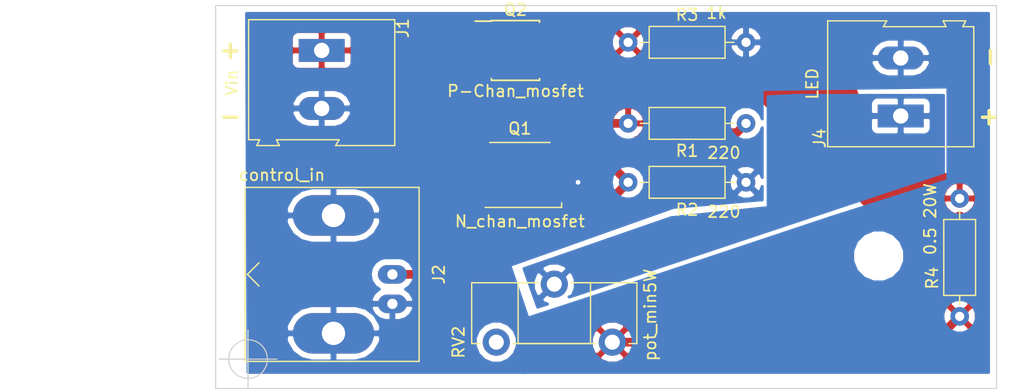
<source format=kicad_pcb>
(kicad_pcb (version 20171130) (host pcbnew 5.0.2-bee76a0~70~ubuntu18.04.1)

  (general
    (thickness 1.6)
    (drawings 9)
    (tracks 42)
    (zones 0)
    (modules 11)
    (nets 9)
  )

  (page A4)
  (layers
    (0 F.Cu signal)
    (31 B.Cu signal)
    (32 B.Adhes user)
    (33 F.Adhes user)
    (34 B.Paste user)
    (35 F.Paste user)
    (36 B.SilkS user)
    (37 F.SilkS user)
    (38 B.Mask user)
    (39 F.Mask user)
    (40 Dwgs.User user)
    (41 Cmts.User user)
    (42 Eco1.User user)
    (43 Eco2.User user)
    (44 Edge.Cuts user)
    (45 Margin user)
    (46 B.CrtYd user)
    (47 F.CrtYd user)
    (48 B.Fab user)
    (49 F.Fab user)
  )

  (setup
    (last_trace_width 0.25)
    (trace_clearance 0.2)
    (zone_clearance 0.508)
    (zone_45_only no)
    (trace_min 0.2)
    (segment_width 0.2)
    (edge_width 0.1)
    (via_size 0.8)
    (via_drill 0.4)
    (via_min_size 0.4)
    (via_min_drill 0.3)
    (uvia_size 0.3)
    (uvia_drill 0.1)
    (uvias_allowed no)
    (uvia_min_size 0.2)
    (uvia_min_drill 0.1)
    (pcb_text_width 0.3)
    (pcb_text_size 1.5 1.5)
    (mod_edge_width 0.15)
    (mod_text_size 1 1)
    (mod_text_width 0.15)
    (pad_size 1.5 1.5)
    (pad_drill 0.6)
    (pad_to_mask_clearance 0)
    (solder_mask_min_width 0.25)
    (aux_axis_origin 161.29 99.06)
    (visible_elements FFFFFF7F)
    (pcbplotparams
      (layerselection 0x3ffff_ffffffff)
      (usegerberextensions false)
      (usegerberattributes false)
      (usegerberadvancedattributes false)
      (creategerberjobfile false)
      (excludeedgelayer true)
      (linewidth 0.100000)
      (plotframeref false)
      (viasonmask false)
      (mode 1)
      (useauxorigin false)
      (hpglpennumber 1)
      (hpglpenspeed 20)
      (hpglpendiameter 15.000000)
      (psnegative false)
      (psa4output false)
      (plotreference true)
      (plotvalue true)
      (plotinvisibletext false)
      (padsonsilk false)
      (subtractmaskfromsilk false)
      (outputformat 1)
      (mirror false)
      (drillshape 0)
      (scaleselection 1)
      (outputdirectory "gerber/"))
  )

  (net 0 "")
  (net 1 GND)
  (net 2 "Net-(J2-Pad1)")
  (net 3 "Net-(J4-Pad1)")
  (net 4 "Net-(Q1-Pad5)")
  (net 5 "Net-(Q2-Pad5)")
  (net 6 "Net-(R4-Pad1)")
  (net 7 "Net-(RV2-Pad1)")
  (net 8 "Net-(J1-Pad1)")

  (net_class Default "This is the default net class."
    (clearance 0.2)
    (trace_width 0.25)
    (via_dia 0.8)
    (via_drill 0.4)
    (uvia_dia 0.3)
    (uvia_drill 0.1)
  )

  (net_class thick ""
    (clearance 0.3)
    (trace_width 0.75)
    (via_dia 0.8)
    (via_drill 0.4)
    (uvia_dia 0.3)
    (uvia_drill 0.1)
    (add_net GND)
    (add_net "Net-(J1-Pad1)")
    (add_net "Net-(J2-Pad1)")
    (add_net "Net-(J4-Pad1)")
    (add_net "Net-(Q1-Pad5)")
    (add_net "Net-(Q2-Pad5)")
    (add_net "Net-(R4-Pad1)")
    (add_net "Net-(RV2-Pad1)")
  )

  (module TerminalBlock:TerminalBlock_Altech_AK300-2_P5.00mm (layer F.Cu) (tedit 5C6DBC63) (tstamp 5C7A3772)
    (at 167.894 72.4535 270)
    (descr "Altech AK300 terminal block, pitch 5.0mm, 45 degree angled, see http://www.mouser.com/ds/2/16/PCBMETRC-24178.pdf")
    (tags "Altech AK300 terminal block pitch 5.0mm")
    (path /5C51C36B)
    (fp_text reference J1 (at -1.92 -6.99 270) (layer F.SilkS)
      (effects (font (size 1 1) (thickness 0.15)))
    )
    (fp_text value Vin (at 2.78 7.75 270) (layer F.SilkS)
      (effects (font (size 1 1) (thickness 0.15)))
    )
    (fp_arc (start -1.13 -4.65) (end -1.42 -4.13) (angle 104.2) (layer F.Fab) (width 0.1))
    (fp_arc (start -0.01 -3.71) (end -1.62 -5) (angle 100) (layer F.Fab) (width 0.1))
    (fp_arc (start 0.06 -6.07) (end 1.53 -4.12) (angle 75.5) (layer F.Fab) (width 0.1))
    (fp_arc (start 1.03 -4.59) (end 1.53 -5.05) (angle 90.5) (layer F.Fab) (width 0.1))
    (fp_arc (start 3.87 -4.65) (end 3.58 -4.13) (angle 104.2) (layer F.Fab) (width 0.1))
    (fp_arc (start 4.99 -3.71) (end 3.39 -5) (angle 100) (layer F.Fab) (width 0.1))
    (fp_arc (start 5.07 -6.07) (end 6.53 -4.12) (angle 75.5) (layer F.Fab) (width 0.1))
    (fp_arc (start 6.03 -4.59) (end 6.54 -5.05) (angle 90.5) (layer F.Fab) (width 0.1))
    (fp_line (start 8.36 6.47) (end -2.83 6.47) (layer F.CrtYd) (width 0.05))
    (fp_line (start 8.36 6.47) (end 8.36 -6.47) (layer F.CrtYd) (width 0.05))
    (fp_line (start -2.83 -6.47) (end -2.83 6.47) (layer F.CrtYd) (width 0.05))
    (fp_line (start -2.83 -6.47) (end 8.36 -6.47) (layer F.CrtYd) (width 0.05))
    (fp_line (start 3.36 -0.25) (end 6.67 -0.25) (layer F.Fab) (width 0.1))
    (fp_line (start 2.98 -0.25) (end 3.36 -0.25) (layer F.Fab) (width 0.1))
    (fp_line (start 7.05 -0.25) (end 6.67 -0.25) (layer F.Fab) (width 0.1))
    (fp_line (start 6.67 -0.64) (end 3.36 -0.64) (layer F.Fab) (width 0.1))
    (fp_line (start 7.61 -0.64) (end 6.67 -0.64) (layer F.Fab) (width 0.1))
    (fp_line (start 1.66 -0.64) (end 3.36 -0.64) (layer F.Fab) (width 0.1))
    (fp_line (start -1.64 -0.64) (end 1.66 -0.64) (layer F.Fab) (width 0.1))
    (fp_line (start -2.58 -0.64) (end -1.64 -0.64) (layer F.Fab) (width 0.1))
    (fp_line (start 1.66 -0.25) (end -1.64 -0.25) (layer F.Fab) (width 0.1))
    (fp_line (start 2.04 -0.25) (end 1.66 -0.25) (layer F.Fab) (width 0.1))
    (fp_line (start -2.02 -0.25) (end -1.64 -0.25) (layer F.Fab) (width 0.1))
    (fp_line (start -1.49 -4.32) (end 1.56 -4.95) (layer F.Fab) (width 0.1))
    (fp_line (start -1.62 -4.45) (end 1.44 -5.08) (layer F.Fab) (width 0.1))
    (fp_line (start 3.52 -4.32) (end 6.56 -4.95) (layer F.Fab) (width 0.1))
    (fp_line (start 3.39 -4.45) (end 6.44 -5.08) (layer F.Fab) (width 0.1))
    (fp_line (start 2.04 -5.97) (end -2.02 -5.97) (layer F.Fab) (width 0.1))
    (fp_line (start -2.02 -3.43) (end -2.02 -5.97) (layer F.Fab) (width 0.1))
    (fp_line (start 2.04 -3.43) (end -2.02 -3.43) (layer F.Fab) (width 0.1))
    (fp_line (start 2.04 -3.43) (end 2.04 -5.97) (layer F.Fab) (width 0.1))
    (fp_line (start 7.05 -3.43) (end 2.98 -3.43) (layer F.Fab) (width 0.1))
    (fp_line (start 7.05 -5.97) (end 7.05 -3.43) (layer F.Fab) (width 0.1))
    (fp_line (start 2.98 -5.97) (end 7.05 -5.97) (layer F.Fab) (width 0.1))
    (fp_line (start 2.98 -3.43) (end 2.98 -5.97) (layer F.Fab) (width 0.1))
    (fp_line (start 7.61 -3.17) (end 7.61 -1.65) (layer F.Fab) (width 0.1))
    (fp_line (start -2.58 -3.17) (end -2.58 -6.22) (layer F.Fab) (width 0.1))
    (fp_line (start -2.58 -3.17) (end 7.61 -3.17) (layer F.Fab) (width 0.1))
    (fp_line (start 7.61 -0.64) (end 7.61 4.06) (layer F.Fab) (width 0.1))
    (fp_line (start 7.61 -1.65) (end 7.61 -0.64) (layer F.Fab) (width 0.1))
    (fp_line (start -2.58 -0.64) (end -2.58 -3.17) (layer F.Fab) (width 0.1))
    (fp_line (start -2.58 6.22) (end -2.58 -0.64) (layer F.Fab) (width 0.1))
    (fp_line (start 6.67 0.51) (end 6.28 0.51) (layer F.Fab) (width 0.1))
    (fp_line (start 3.36 0.51) (end 3.74 0.51) (layer F.Fab) (width 0.1))
    (fp_line (start 1.66 0.51) (end 1.28 0.51) (layer F.Fab) (width 0.1))
    (fp_line (start -1.64 0.51) (end -1.26 0.51) (layer F.Fab) (width 0.1))
    (fp_line (start -1.64 3.68) (end -1.64 0.51) (layer F.Fab) (width 0.1))
    (fp_line (start 1.66 3.68) (end -1.64 3.68) (layer F.Fab) (width 0.1))
    (fp_line (start 1.66 3.68) (end 1.66 0.51) (layer F.Fab) (width 0.1))
    (fp_line (start 3.36 3.68) (end 3.36 0.51) (layer F.Fab) (width 0.1))
    (fp_line (start 6.67 3.68) (end 3.36 3.68) (layer F.Fab) (width 0.1))
    (fp_line (start 6.67 3.68) (end 6.67 0.51) (layer F.Fab) (width 0.1))
    (fp_line (start -2.02 4.32) (end -2.02 6.22) (layer F.Fab) (width 0.1))
    (fp_line (start 2.04 4.32) (end 2.04 -0.25) (layer F.Fab) (width 0.1))
    (fp_line (start 2.04 4.32) (end -2.02 4.32) (layer F.Fab) (width 0.1))
    (fp_line (start 7.05 4.32) (end 7.05 6.22) (layer F.Fab) (width 0.1))
    (fp_line (start 2.98 4.32) (end 2.98 -0.25) (layer F.Fab) (width 0.1))
    (fp_line (start 2.98 4.32) (end 7.05 4.32) (layer F.Fab) (width 0.1))
    (fp_line (start -2.02 6.22) (end 2.04 6.22) (layer F.Fab) (width 0.1))
    (fp_line (start -2.58 6.22) (end -2.02 6.22) (layer F.Fab) (width 0.1))
    (fp_line (start -2.02 -0.25) (end -2.02 4.32) (layer F.Fab) (width 0.1))
    (fp_line (start 2.04 6.22) (end 2.98 6.22) (layer F.Fab) (width 0.1))
    (fp_line (start 2.04 6.22) (end 2.04 4.32) (layer F.Fab) (width 0.1))
    (fp_line (start 7.05 6.22) (end 7.61 6.22) (layer F.Fab) (width 0.1))
    (fp_line (start 2.98 6.22) (end 7.05 6.22) (layer F.Fab) (width 0.1))
    (fp_line (start 7.05 -0.25) (end 7.05 4.32) (layer F.Fab) (width 0.1))
    (fp_line (start 2.98 6.22) (end 2.98 4.32) (layer F.Fab) (width 0.1))
    (fp_line (start 8.11 3.81) (end 8.11 5.46) (layer F.Fab) (width 0.1))
    (fp_line (start 7.61 4.06) (end 7.61 5.21) (layer F.Fab) (width 0.1))
    (fp_line (start 8.11 3.81) (end 7.61 4.06) (layer F.Fab) (width 0.1))
    (fp_line (start 7.61 5.21) (end 7.61 6.22) (layer F.Fab) (width 0.1))
    (fp_line (start 8.11 5.46) (end 7.61 5.21) (layer F.Fab) (width 0.1))
    (fp_line (start 8.11 -1.4) (end 7.61 -1.65) (layer F.Fab) (width 0.1))
    (fp_line (start 8.11 -6.22) (end 8.11 -1.4) (layer F.Fab) (width 0.1))
    (fp_line (start 7.61 -6.22) (end 8.11 -6.22) (layer F.Fab) (width 0.1))
    (fp_line (start 7.61 -6.22) (end -2.58 -6.22) (layer F.Fab) (width 0.1))
    (fp_line (start 7.61 -6.22) (end 7.61 -3.17) (layer F.Fab) (width 0.1))
    (fp_line (start 3.74 2.54) (end 3.74 -0.25) (layer F.Fab) (width 0.1))
    (fp_line (start 3.74 -0.25) (end 6.28 -0.25) (layer F.Fab) (width 0.1))
    (fp_line (start 6.28 2.54) (end 6.28 -0.25) (layer F.Fab) (width 0.1))
    (fp_line (start 3.74 2.54) (end 6.28 2.54) (layer F.Fab) (width 0.1))
    (fp_line (start -1.26 2.54) (end -1.26 -0.25) (layer F.Fab) (width 0.1))
    (fp_line (start -1.26 -0.25) (end 1.28 -0.25) (layer F.Fab) (width 0.1))
    (fp_line (start 1.28 2.54) (end 1.28 -0.25) (layer F.Fab) (width 0.1))
    (fp_line (start -1.26 2.54) (end 1.28 2.54) (layer F.Fab) (width 0.1))
    (fp_line (start 8.2 -6.3) (end -2.65 -6.3) (layer F.SilkS) (width 0.12))
    (fp_line (start 8.2 -1.2) (end 8.2 -6.3) (layer F.SilkS) (width 0.12))
    (fp_line (start 7.7 -1.5) (end 8.2 -1.2) (layer F.SilkS) (width 0.12))
    (fp_line (start 7.7 3.9) (end 7.7 -1.5) (layer F.SilkS) (width 0.12))
    (fp_line (start 8.2 3.65) (end 7.7 3.9) (layer F.SilkS) (width 0.12))
    (fp_line (start 8.2 3.7) (end 8.2 3.65) (layer F.SilkS) (width 0.12))
    (fp_line (start 8.2 5.6) (end 8.2 3.7) (layer F.SilkS) (width 0.12))
    (fp_line (start 7.7 5.35) (end 8.2 5.6) (layer F.SilkS) (width 0.12))
    (fp_line (start 7.7 6.3) (end 7.7 5.35) (layer F.SilkS) (width 0.12))
    (fp_line (start -2.65 6.3) (end 7.7 6.3) (layer F.SilkS) (width 0.12))
    (fp_line (start -2.65 -6.3) (end -2.65 6.3) (layer F.SilkS) (width 0.12))
    (fp_text user %R (at 2.5 -2 270) (layer F.Fab)
      (effects (font (size 1 1) (thickness 0.15)))
    )
    (pad 2 thru_hole oval (at 5 0 270) (size 1.98 3.96) (drill 1.32) (layers *.Cu *.Mask)
      (net 1 GND))
    (pad 1 thru_hole rect (at 0 0 270) (size 1.98 3.96) (drill 1.32) (layers *.Cu *.Mask)
      (net 8 "Net-(J1-Pad1)"))
    (model ${KISYS3DMOD}/TerminalBlock.3dshapes/TerminalBlock_Altech_AK300-2_P5.00mm.wrl
      (at (xyz 0 0 0))
      (scale (xyz 1 1 1))
      (rotate (xyz 0 0 0))
    )
  )

  (module Connector_Coaxial_extra:BNC_Amphenol_B6252HB-NPP3G-50_Horizontal (layer F.Cu) (tedit 5C6DBC7D) (tstamp 5C7A3797)
    (at 173.99 91.7575 90)
    (descr http://www.farnell.com/datasheets/612848.pdf)
    (tags "BNC Amphenol Horizontal")
    (path /5C45ED44)
    (fp_text reference J2 (at 0 4 90) (layer F.SilkS)
      (effects (font (size 1 1) (thickness 0.15)))
    )
    (fp_text value control_in (at 8.5725 -9.525) (layer F.SilkS)
      (effects (font (size 1 1) (thickness 0.15)))
    )
    (fp_line (start -5 -20) (end 5 -21) (layer F.Fab) (width 0.1))
    (fp_line (start -5 -19) (end 5 -20) (layer F.Fab) (width 0.1))
    (fp_line (start -5 -18) (end 5 -19) (layer F.Fab) (width 0.1))
    (fp_line (start -5 -17) (end 5 -18) (layer F.Fab) (width 0.1))
    (fp_line (start -5 -16) (end 5 -17) (layer F.Fab) (width 0.1))
    (fp_line (start -5 -15) (end 5 -16) (layer F.Fab) (width 0.1))
    (fp_circle (center 0 -28.07) (end 1 -28.07) (layer F.Fab) (width 0.1))
    (fp_line (start 4.8 -21.4) (end 4.8 -33.3) (layer F.Fab) (width 0.1))
    (fp_line (start 4.8 -33.3) (end -4.8 -33.3) (layer F.Fab) (width 0.1))
    (fp_line (start -4.8 -33.3) (end -4.8 -21.4) (layer F.Fab) (width 0.1))
    (fp_line (start 6.35 -12.7) (end 6.35 -21.4) (layer F.Fab) (width 0.1))
    (fp_line (start 6.35 -21.4) (end -6.35 -21.4) (layer F.Fab) (width 0.1))
    (fp_line (start -6.35 -21.4) (end -6.35 -12.7) (layer F.Fab) (width 0.1))
    (fp_line (start -7.35 2.2) (end 7.35 2.2) (layer F.Fab) (width 0.1))
    (fp_line (start 7.35 2.2) (end 7.35 -12.7) (layer F.Fab) (width 0.1))
    (fp_line (start 7.35 -12.7) (end -7.35 -12.7) (layer F.Fab) (width 0.1))
    (fp_line (start -7.35 -12.7) (end -7.35 2.2) (layer F.Fab) (width 0.1))
    (fp_text user %R (at 0 0 90) (layer F.Fab)
      (effects (font (size 1 1) (thickness 0.15)))
    )
    (fp_line (start -5 -14) (end 5 -15) (layer F.Fab) (width 0.1))
    (fp_line (start -7.5 -12.7) (end 7.5 -12.7) (layer F.SilkS) (width 0.12))
    (fp_line (start 7.5 -12.7) (end 7.5 2.3) (layer F.SilkS) (width 0.12))
    (fp_line (start 7.5 2.3) (end -7.5 2.3) (layer F.SilkS) (width 0.12))
    (fp_line (start -7.5 2.3) (end -7.5 -12.7) (layer F.SilkS) (width 0.12))
    (fp_line (start -7.85 2.7) (end 7.85 2.7) (layer F.CrtYd) (width 0.05))
    (fp_line (start -7.85 2.7) (end -7.85 -33.8) (layer F.CrtYd) (width 0.05))
    (fp_line (start 7.85 -33.8) (end -7.85 -33.8) (layer F.CrtYd) (width 0.05))
    (fp_line (start 7.85 2.7) (end 7.85 -33.8) (layer F.CrtYd) (width 0.05))
    (fp_line (start 0 -12.5) (end -1 -11.5) (layer F.SilkS) (width 0.12))
    (fp_line (start 0 -12.5) (end 1 -11.5) (layer F.SilkS) (width 0.12))
    (pad 2 thru_hole oval (at -5.08 -5.08 90) (size 3.5 7) (drill 2.01) (layers *.Cu *.Mask)
      (net 1 GND))
    (pad 2 thru_hole oval (at 5.08 -5.08 90) (size 3.5 7) (drill 2.01) (layers *.Cu *.Mask)
      (net 1 GND))
    (pad 1 thru_hole oval (at 0 0 90) (size 1.6 2.5) (drill 0.89) (layers *.Cu *.Mask)
      (net 2 "Net-(J2-Pad1)"))
    (pad 2 thru_hole oval (at -2.54 0 90) (size 1.6 2.5) (drill 0.89) (layers *.Cu *.Mask)
      (net 1 GND))
    (model ${KISYS3DMOD}/Connector_Coaxial.3dshapes/BNC_Amphenol_B6252HB-NPP3G-50_Horizontal.wrl
      (at (xyz 0 0 0))
      (scale (xyz 1 1 1))
      (rotate (xyz 0 0 0))
    )
  )

  (module TerminalBlock:TerminalBlock_Altech_AK300-2_P5.00mm (layer F.Cu) (tedit 5C6DBC27) (tstamp 5C7A37FE)
    (at 217.805 78.105 90)
    (descr "Altech AK300 terminal block, pitch 5.0mm, 45 degree angled, see http://www.mouser.com/ds/2/16/PCBMETRC-24178.pdf")
    (tags "Altech AK300 terminal block pitch 5.0mm")
    (path /5C3C8189)
    (fp_text reference J4 (at -1.92 -6.99 90) (layer F.SilkS)
      (effects (font (size 1 1) (thickness 0.15)))
    )
    (fp_text value LED (at 2.78 -7.62 90) (layer F.SilkS)
      (effects (font (size 1 1) (thickness 0.15)))
    )
    (fp_text user %R (at 2.5 -2 90) (layer F.Fab)
      (effects (font (size 1 1) (thickness 0.15)))
    )
    (fp_line (start -2.65 -6.3) (end -2.65 6.3) (layer F.SilkS) (width 0.12))
    (fp_line (start -2.65 6.3) (end 7.7 6.3) (layer F.SilkS) (width 0.12))
    (fp_line (start 7.7 6.3) (end 7.7 5.35) (layer F.SilkS) (width 0.12))
    (fp_line (start 7.7 5.35) (end 8.2 5.6) (layer F.SilkS) (width 0.12))
    (fp_line (start 8.2 5.6) (end 8.2 3.7) (layer F.SilkS) (width 0.12))
    (fp_line (start 8.2 3.7) (end 8.2 3.65) (layer F.SilkS) (width 0.12))
    (fp_line (start 8.2 3.65) (end 7.7 3.9) (layer F.SilkS) (width 0.12))
    (fp_line (start 7.7 3.9) (end 7.7 -1.5) (layer F.SilkS) (width 0.12))
    (fp_line (start 7.7 -1.5) (end 8.2 -1.2) (layer F.SilkS) (width 0.12))
    (fp_line (start 8.2 -1.2) (end 8.2 -6.3) (layer F.SilkS) (width 0.12))
    (fp_line (start 8.2 -6.3) (end -2.65 -6.3) (layer F.SilkS) (width 0.12))
    (fp_line (start -1.26 2.54) (end 1.28 2.54) (layer F.Fab) (width 0.1))
    (fp_line (start 1.28 2.54) (end 1.28 -0.25) (layer F.Fab) (width 0.1))
    (fp_line (start -1.26 -0.25) (end 1.28 -0.25) (layer F.Fab) (width 0.1))
    (fp_line (start -1.26 2.54) (end -1.26 -0.25) (layer F.Fab) (width 0.1))
    (fp_line (start 3.74 2.54) (end 6.28 2.54) (layer F.Fab) (width 0.1))
    (fp_line (start 6.28 2.54) (end 6.28 -0.25) (layer F.Fab) (width 0.1))
    (fp_line (start 3.74 -0.25) (end 6.28 -0.25) (layer F.Fab) (width 0.1))
    (fp_line (start 3.74 2.54) (end 3.74 -0.25) (layer F.Fab) (width 0.1))
    (fp_line (start 7.61 -6.22) (end 7.61 -3.17) (layer F.Fab) (width 0.1))
    (fp_line (start 7.61 -6.22) (end -2.58 -6.22) (layer F.Fab) (width 0.1))
    (fp_line (start 7.61 -6.22) (end 8.11 -6.22) (layer F.Fab) (width 0.1))
    (fp_line (start 8.11 -6.22) (end 8.11 -1.4) (layer F.Fab) (width 0.1))
    (fp_line (start 8.11 -1.4) (end 7.61 -1.65) (layer F.Fab) (width 0.1))
    (fp_line (start 8.11 5.46) (end 7.61 5.21) (layer F.Fab) (width 0.1))
    (fp_line (start 7.61 5.21) (end 7.61 6.22) (layer F.Fab) (width 0.1))
    (fp_line (start 8.11 3.81) (end 7.61 4.06) (layer F.Fab) (width 0.1))
    (fp_line (start 7.61 4.06) (end 7.61 5.21) (layer F.Fab) (width 0.1))
    (fp_line (start 8.11 3.81) (end 8.11 5.46) (layer F.Fab) (width 0.1))
    (fp_line (start 2.98 6.22) (end 2.98 4.32) (layer F.Fab) (width 0.1))
    (fp_line (start 7.05 -0.25) (end 7.05 4.32) (layer F.Fab) (width 0.1))
    (fp_line (start 2.98 6.22) (end 7.05 6.22) (layer F.Fab) (width 0.1))
    (fp_line (start 7.05 6.22) (end 7.61 6.22) (layer F.Fab) (width 0.1))
    (fp_line (start 2.04 6.22) (end 2.04 4.32) (layer F.Fab) (width 0.1))
    (fp_line (start 2.04 6.22) (end 2.98 6.22) (layer F.Fab) (width 0.1))
    (fp_line (start -2.02 -0.25) (end -2.02 4.32) (layer F.Fab) (width 0.1))
    (fp_line (start -2.58 6.22) (end -2.02 6.22) (layer F.Fab) (width 0.1))
    (fp_line (start -2.02 6.22) (end 2.04 6.22) (layer F.Fab) (width 0.1))
    (fp_line (start 2.98 4.32) (end 7.05 4.32) (layer F.Fab) (width 0.1))
    (fp_line (start 2.98 4.32) (end 2.98 -0.25) (layer F.Fab) (width 0.1))
    (fp_line (start 7.05 4.32) (end 7.05 6.22) (layer F.Fab) (width 0.1))
    (fp_line (start 2.04 4.32) (end -2.02 4.32) (layer F.Fab) (width 0.1))
    (fp_line (start 2.04 4.32) (end 2.04 -0.25) (layer F.Fab) (width 0.1))
    (fp_line (start -2.02 4.32) (end -2.02 6.22) (layer F.Fab) (width 0.1))
    (fp_line (start 6.67 3.68) (end 6.67 0.51) (layer F.Fab) (width 0.1))
    (fp_line (start 6.67 3.68) (end 3.36 3.68) (layer F.Fab) (width 0.1))
    (fp_line (start 3.36 3.68) (end 3.36 0.51) (layer F.Fab) (width 0.1))
    (fp_line (start 1.66 3.68) (end 1.66 0.51) (layer F.Fab) (width 0.1))
    (fp_line (start 1.66 3.68) (end -1.64 3.68) (layer F.Fab) (width 0.1))
    (fp_line (start -1.64 3.68) (end -1.64 0.51) (layer F.Fab) (width 0.1))
    (fp_line (start -1.64 0.51) (end -1.26 0.51) (layer F.Fab) (width 0.1))
    (fp_line (start 1.66 0.51) (end 1.28 0.51) (layer F.Fab) (width 0.1))
    (fp_line (start 3.36 0.51) (end 3.74 0.51) (layer F.Fab) (width 0.1))
    (fp_line (start 6.67 0.51) (end 6.28 0.51) (layer F.Fab) (width 0.1))
    (fp_line (start -2.58 6.22) (end -2.58 -0.64) (layer F.Fab) (width 0.1))
    (fp_line (start -2.58 -0.64) (end -2.58 -3.17) (layer F.Fab) (width 0.1))
    (fp_line (start 7.61 -1.65) (end 7.61 -0.64) (layer F.Fab) (width 0.1))
    (fp_line (start 7.61 -0.64) (end 7.61 4.06) (layer F.Fab) (width 0.1))
    (fp_line (start -2.58 -3.17) (end 7.61 -3.17) (layer F.Fab) (width 0.1))
    (fp_line (start -2.58 -3.17) (end -2.58 -6.22) (layer F.Fab) (width 0.1))
    (fp_line (start 7.61 -3.17) (end 7.61 -1.65) (layer F.Fab) (width 0.1))
    (fp_line (start 2.98 -3.43) (end 2.98 -5.97) (layer F.Fab) (width 0.1))
    (fp_line (start 2.98 -5.97) (end 7.05 -5.97) (layer F.Fab) (width 0.1))
    (fp_line (start 7.05 -5.97) (end 7.05 -3.43) (layer F.Fab) (width 0.1))
    (fp_line (start 7.05 -3.43) (end 2.98 -3.43) (layer F.Fab) (width 0.1))
    (fp_line (start 2.04 -3.43) (end 2.04 -5.97) (layer F.Fab) (width 0.1))
    (fp_line (start 2.04 -3.43) (end -2.02 -3.43) (layer F.Fab) (width 0.1))
    (fp_line (start -2.02 -3.43) (end -2.02 -5.97) (layer F.Fab) (width 0.1))
    (fp_line (start 2.04 -5.97) (end -2.02 -5.97) (layer F.Fab) (width 0.1))
    (fp_line (start 3.39 -4.45) (end 6.44 -5.08) (layer F.Fab) (width 0.1))
    (fp_line (start 3.52 -4.32) (end 6.56 -4.95) (layer F.Fab) (width 0.1))
    (fp_line (start -1.62 -4.45) (end 1.44 -5.08) (layer F.Fab) (width 0.1))
    (fp_line (start -1.49 -4.32) (end 1.56 -4.95) (layer F.Fab) (width 0.1))
    (fp_line (start -2.02 -0.25) (end -1.64 -0.25) (layer F.Fab) (width 0.1))
    (fp_line (start 2.04 -0.25) (end 1.66 -0.25) (layer F.Fab) (width 0.1))
    (fp_line (start 1.66 -0.25) (end -1.64 -0.25) (layer F.Fab) (width 0.1))
    (fp_line (start -2.58 -0.64) (end -1.64 -0.64) (layer F.Fab) (width 0.1))
    (fp_line (start -1.64 -0.64) (end 1.66 -0.64) (layer F.Fab) (width 0.1))
    (fp_line (start 1.66 -0.64) (end 3.36 -0.64) (layer F.Fab) (width 0.1))
    (fp_line (start 7.61 -0.64) (end 6.67 -0.64) (layer F.Fab) (width 0.1))
    (fp_line (start 6.67 -0.64) (end 3.36 -0.64) (layer F.Fab) (width 0.1))
    (fp_line (start 7.05 -0.25) (end 6.67 -0.25) (layer F.Fab) (width 0.1))
    (fp_line (start 2.98 -0.25) (end 3.36 -0.25) (layer F.Fab) (width 0.1))
    (fp_line (start 3.36 -0.25) (end 6.67 -0.25) (layer F.Fab) (width 0.1))
    (fp_line (start -2.83 -6.47) (end 8.36 -6.47) (layer F.CrtYd) (width 0.05))
    (fp_line (start -2.83 -6.47) (end -2.83 6.47) (layer F.CrtYd) (width 0.05))
    (fp_line (start 8.36 6.47) (end 8.36 -6.47) (layer F.CrtYd) (width 0.05))
    (fp_line (start 8.36 6.47) (end -2.83 6.47) (layer F.CrtYd) (width 0.05))
    (fp_arc (start 6.03 -4.59) (end 6.54 -5.05) (angle 90.5) (layer F.Fab) (width 0.1))
    (fp_arc (start 5.07 -6.07) (end 6.53 -4.12) (angle 75.5) (layer F.Fab) (width 0.1))
    (fp_arc (start 4.99 -3.71) (end 3.39 -5) (angle 100) (layer F.Fab) (width 0.1))
    (fp_arc (start 3.87 -4.65) (end 3.58 -4.13) (angle 104.2) (layer F.Fab) (width 0.1))
    (fp_arc (start 1.03 -4.59) (end 1.53 -5.05) (angle 90.5) (layer F.Fab) (width 0.1))
    (fp_arc (start 0.06 -6.07) (end 1.53 -4.12) (angle 75.5) (layer F.Fab) (width 0.1))
    (fp_arc (start -0.01 -3.71) (end -1.62 -5) (angle 100) (layer F.Fab) (width 0.1))
    (fp_arc (start -1.13 -4.65) (end -1.42 -4.13) (angle 104.2) (layer F.Fab) (width 0.1))
    (pad 1 thru_hole rect (at 0 0 90) (size 1.98 3.96) (drill 1.32) (layers *.Cu *.Mask)
      (net 3 "Net-(J4-Pad1)"))
    (pad 2 thru_hole oval (at 5 0 90) (size 1.98 3.96) (drill 1.32) (layers *.Cu *.Mask)
      (net 1 GND))
    (model ${KISYS3DMOD}/TerminalBlock.3dshapes/TerminalBlock_Altech_AK300-2_P5.00mm.wrl
      (at (xyz 0 0 0))
      (scale (xyz 1 1 1))
      (rotate (xyz 0 0 0))
    )
  )

  (module Package_TO_SOT_SMD:TDSON-8-1 (layer F.Cu) (tedit 5C6DBC9B) (tstamp 5C7A381C)
    (at 184.9755 83.185 180)
    (descr "Power MOSFET package, TDSON-8-1, SuperS08, SON-8_5x6mm")
    (tags "tdson ")
    (path /5C3CF5A5)
    (attr smd)
    (fp_text reference Q1 (at 0 4 180) (layer F.SilkS)
      (effects (font (size 1 1) (thickness 0.15)))
    )
    (fp_text value N_chan_mosfet (at 0 -4 180) (layer F.SilkS)
      (effects (font (size 1 1) (thickness 0.15)))
    )
    (fp_text user %R (at 0 -1 180) (layer F.Fab)
      (effects (font (size 1 1) (thickness 0.15)))
    )
    (fp_line (start -3.6 -2.8) (end -3.6 -2.4) (layer F.SilkS) (width 0.12))
    (fp_line (start -2 -2.6) (end 3 -2.6) (layer F.Fab) (width 0.1))
    (fp_line (start -3 2.6) (end -3 -1.6) (layer F.Fab) (width 0.1))
    (fp_line (start 3 2.6) (end -3 2.6) (layer F.Fab) (width 0.1))
    (fp_line (start 3 -2.6) (end 3 2.6) (layer F.Fab) (width 0.1))
    (fp_line (start -3.75 3) (end 3.75 3) (layer F.CrtYd) (width 0.05))
    (fp_line (start -3.75 -3) (end -3.75 3) (layer F.CrtYd) (width 0.05))
    (fp_line (start 3.75 -3) (end -3.75 -3) (layer F.CrtYd) (width 0.05))
    (fp_line (start 3.75 3) (end 3.75 -3) (layer F.CrtYd) (width 0.05))
    (fp_line (start 3 -2.8) (end -3.6 -2.8) (layer F.SilkS) (width 0.12))
    (fp_line (start 2.6 2.8) (end -2.6 2.8) (layer F.SilkS) (width 0.12))
    (fp_line (start -2 -2.6) (end -3 -1.6) (layer F.Fab) (width 0.1))
    (pad 1 smd rect (at -2.75 -1.91 90) (size 0.7 0.8) (layers F.Cu F.Paste F.Mask)
      (net 1 GND))
    (pad 2 smd rect (at -2.75 -0.64 90) (size 0.7 0.8) (layers F.Cu F.Paste F.Mask)
      (net 1 GND))
    (pad 3 smd rect (at -2.75 0.64 90) (size 0.7 0.8) (layers F.Cu F.Paste F.Mask)
      (net 1 GND))
    (pad 4 smd rect (at -2.75 1.91 90) (size 0.7 0.8) (layers F.Cu F.Paste F.Mask)
      (net 2 "Net-(J2-Pad1)"))
    (pad 5 smd rect (at 2.75 1.91 90) (size 0.7 0.8) (layers F.Cu F.Paste F.Mask)
      (net 4 "Net-(Q1-Pad5)"))
    (pad 5 smd rect (at 2.75 0.64 90) (size 0.7 0.8) (layers F.Cu F.Paste F.Mask)
      (net 4 "Net-(Q1-Pad5)"))
    (pad 5 smd rect (at 2.75 -0.64 90) (size 0.7 0.8) (layers F.Cu F.Paste F.Mask)
      (net 4 "Net-(Q1-Pad5)"))
    (pad 5 smd rect (at 2.75 -1.91 90) (size 0.7 0.8) (layers F.Cu F.Paste F.Mask)
      (net 4 "Net-(Q1-Pad5)"))
    (pad 5 smd rect (at 0.5 0 90) (size 4.5 4.29) (layers F.Cu F.Mask)
      (net 4 "Net-(Q1-Pad5)"))
    (pad "" smd rect (at 1.25 -1.09 90) (size 1.55 1.6) (layers F.Paste))
    (pad "" smd rect (at 1.25 1.09 90) (size 1.55 1.6) (layers F.Paste))
    (pad "" smd rect (at -0.75 -1.09 90) (size 1.55 1.2) (layers F.Paste))
    (pad "" smd rect (at -0.75 1.09 90) (size 1.55 1.2) (layers F.Paste))
    (model ${KISYS3DMOD}/Package_TO_SOT_SMD.3dshapes/TDSON-8-1.wrl
      (at (xyz 0 0 0))
      (scale (xyz 1 1 1))
      (rotate (xyz 0 0 0))
    )
  )

  (module Package_SO:SOIC-8_3.9x4.9mm_P1.27mm (layer F.Cu) (tedit 5C6DBCA0) (tstamp 5C7A3839)
    (at 184.5945 72.4535)
    (descr "8-Lead Plastic Small Outline (SN) - Narrow, 3.90 mm Body [SOIC] (see Microchip Packaging Specification http://ww1.microchip.com/downloads/en/PackagingSpec/00000049BQ.pdf)")
    (tags "SOIC 1.27")
    (path /5C3CF4F2)
    (attr smd)
    (fp_text reference Q2 (at 0 -3.5) (layer F.SilkS)
      (effects (font (size 1 1) (thickness 0.15)))
    )
    (fp_text value P-Chan_mosfet (at 0 3.5) (layer F.SilkS)
      (effects (font (size 1 1) (thickness 0.15)))
    )
    (fp_text user %R (at 0 0) (layer F.Fab)
      (effects (font (size 1 1) (thickness 0.15)))
    )
    (fp_line (start -0.95 -2.45) (end 1.95 -2.45) (layer F.Fab) (width 0.1))
    (fp_line (start 1.95 -2.45) (end 1.95 2.45) (layer F.Fab) (width 0.1))
    (fp_line (start 1.95 2.45) (end -1.95 2.45) (layer F.Fab) (width 0.1))
    (fp_line (start -1.95 2.45) (end -1.95 -1.45) (layer F.Fab) (width 0.1))
    (fp_line (start -1.95 -1.45) (end -0.95 -2.45) (layer F.Fab) (width 0.1))
    (fp_line (start -3.73 -2.7) (end -3.73 2.7) (layer F.CrtYd) (width 0.05))
    (fp_line (start 3.73 -2.7) (end 3.73 2.7) (layer F.CrtYd) (width 0.05))
    (fp_line (start -3.73 -2.7) (end 3.73 -2.7) (layer F.CrtYd) (width 0.05))
    (fp_line (start -3.73 2.7) (end 3.73 2.7) (layer F.CrtYd) (width 0.05))
    (fp_line (start -2.075 -2.575) (end -2.075 -2.525) (layer F.SilkS) (width 0.15))
    (fp_line (start 2.075 -2.575) (end 2.075 -2.43) (layer F.SilkS) (width 0.15))
    (fp_line (start 2.075 2.575) (end 2.075 2.43) (layer F.SilkS) (width 0.15))
    (fp_line (start -2.075 2.575) (end -2.075 2.43) (layer F.SilkS) (width 0.15))
    (fp_line (start -2.075 -2.575) (end 2.075 -2.575) (layer F.SilkS) (width 0.15))
    (fp_line (start -2.075 2.575) (end 2.075 2.575) (layer F.SilkS) (width 0.15))
    (fp_line (start -2.075 -2.525) (end -3.475 -2.525) (layer F.SilkS) (width 0.15))
    (pad 1 smd rect (at -2.7 -1.905) (size 1.55 0.6) (layers F.Cu F.Paste F.Mask)
      (net 8 "Net-(J1-Pad1)"))
    (pad 2 smd rect (at -2.7 -0.635) (size 1.55 0.6) (layers F.Cu F.Paste F.Mask)
      (net 8 "Net-(J1-Pad1)"))
    (pad 3 smd rect (at -2.7 0.635) (size 1.55 0.6) (layers F.Cu F.Paste F.Mask)
      (net 8 "Net-(J1-Pad1)"))
    (pad 4 smd rect (at -2.7 1.905) (size 1.55 0.6) (layers F.Cu F.Paste F.Mask)
      (net 4 "Net-(Q1-Pad5)"))
    (pad 5 smd rect (at 2.7 1.905) (size 1.55 0.6) (layers F.Cu F.Paste F.Mask)
      (net 5 "Net-(Q2-Pad5)"))
    (pad 6 smd rect (at 2.7 0.635) (size 1.55 0.6) (layers F.Cu F.Paste F.Mask)
      (net 5 "Net-(Q2-Pad5)"))
    (pad 7 smd rect (at 2.7 -0.635) (size 1.55 0.6) (layers F.Cu F.Paste F.Mask)
      (net 5 "Net-(Q2-Pad5)"))
    (pad 8 smd rect (at 2.7 -1.905) (size 1.55 0.6) (layers F.Cu F.Paste F.Mask)
      (net 5 "Net-(Q2-Pad5)"))
    (model ${KISYS3DMOD}/Package_SO.3dshapes/SOIC-8_3.9x4.9mm_P1.27mm.wrl
      (at (xyz 0 0 0))
      (scale (xyz 1 1 1))
      (rotate (xyz 0 0 0))
    )
  )

  (module Resistor_THT:R_Axial_DIN0207_L6.3mm_D2.5mm_P10.16mm_Horizontal (layer F.Cu) (tedit 5C6DBA33) (tstamp 5C7A3850)
    (at 204.47 78.74 180)
    (descr "Resistor, Axial_DIN0207 series, Axial, Horizontal, pin pitch=10.16mm, 0.25W = 1/4W, length*diameter=6.3*2.5mm^2, http://cdn-reichelt.de/documents/datenblatt/B400/1_4W%23YAG.pdf")
    (tags "Resistor Axial_DIN0207 series Axial Horizontal pin pitch 10.16mm 0.25W = 1/4W length 6.3mm diameter 2.5mm")
    (path /5C3DC663)
    (fp_text reference R1 (at 5.08 -2.37 180) (layer F.SilkS)
      (effects (font (size 1 1) (thickness 0.15)))
    )
    (fp_text value 220 (at 1.905 -2.54 180) (layer F.SilkS)
      (effects (font (size 1 1) (thickness 0.15)))
    )
    (fp_text user %R (at 5.08 0 180) (layer F.Fab)
      (effects (font (size 1 1) (thickness 0.15)))
    )
    (fp_line (start 11.21 -1.5) (end -1.05 -1.5) (layer F.CrtYd) (width 0.05))
    (fp_line (start 11.21 1.5) (end 11.21 -1.5) (layer F.CrtYd) (width 0.05))
    (fp_line (start -1.05 1.5) (end 11.21 1.5) (layer F.CrtYd) (width 0.05))
    (fp_line (start -1.05 -1.5) (end -1.05 1.5) (layer F.CrtYd) (width 0.05))
    (fp_line (start 9.12 0) (end 8.35 0) (layer F.SilkS) (width 0.12))
    (fp_line (start 1.04 0) (end 1.81 0) (layer F.SilkS) (width 0.12))
    (fp_line (start 8.35 -1.37) (end 1.81 -1.37) (layer F.SilkS) (width 0.12))
    (fp_line (start 8.35 1.37) (end 8.35 -1.37) (layer F.SilkS) (width 0.12))
    (fp_line (start 1.81 1.37) (end 8.35 1.37) (layer F.SilkS) (width 0.12))
    (fp_line (start 1.81 -1.37) (end 1.81 1.37) (layer F.SilkS) (width 0.12))
    (fp_line (start 10.16 0) (end 8.23 0) (layer F.Fab) (width 0.1))
    (fp_line (start 0 0) (end 1.93 0) (layer F.Fab) (width 0.1))
    (fp_line (start 8.23 -1.25) (end 1.93 -1.25) (layer F.Fab) (width 0.1))
    (fp_line (start 8.23 1.25) (end 8.23 -1.25) (layer F.Fab) (width 0.1))
    (fp_line (start 1.93 1.25) (end 8.23 1.25) (layer F.Fab) (width 0.1))
    (fp_line (start 1.93 -1.25) (end 1.93 1.25) (layer F.Fab) (width 0.1))
    (pad 2 thru_hole oval (at 10.16 0 180) (size 1.6 1.6) (drill 0.8) (layers *.Cu *.Mask)
      (net 8 "Net-(J1-Pad1)"))
    (pad 1 thru_hole circle (at 0 0 180) (size 1.6 1.6) (drill 0.8) (layers *.Cu *.Mask)
      (net 4 "Net-(Q1-Pad5)"))
    (model ${KISYS3DMOD}/Resistor_THT.3dshapes/R_Axial_DIN0207_L6.3mm_D2.5mm_P10.16mm_Horizontal.wrl
      (at (xyz 0 0 0))
      (scale (xyz 1 1 1))
      (rotate (xyz 0 0 0))
    )
  )

  (module Resistor_THT:R_Axial_DIN0207_L6.3mm_D2.5mm_P10.16mm_Horizontal (layer F.Cu) (tedit 5C6DBA40) (tstamp 5C7A3867)
    (at 204.47 83.82 180)
    (descr "Resistor, Axial_DIN0207 series, Axial, Horizontal, pin pitch=10.16mm, 0.25W = 1/4W, length*diameter=6.3*2.5mm^2, http://cdn-reichelt.de/documents/datenblatt/B400/1_4W%23YAG.pdf")
    (tags "Resistor Axial_DIN0207 series Axial Horizontal pin pitch 10.16mm 0.25W = 1/4W length 6.3mm diameter 2.5mm")
    (path /5C3E8014)
    (fp_text reference R2 (at 5.08 -2.37 180) (layer F.SilkS)
      (effects (font (size 1 1) (thickness 0.15)))
    )
    (fp_text value 220 (at 1.905 -2.54 180) (layer F.SilkS)
      (effects (font (size 1 1) (thickness 0.15)))
    )
    (fp_text user %R (at 5.08 0 180) (layer F.Fab)
      (effects (font (size 1 1) (thickness 0.15)))
    )
    (fp_line (start 11.21 -1.5) (end -1.05 -1.5) (layer F.CrtYd) (width 0.05))
    (fp_line (start 11.21 1.5) (end 11.21 -1.5) (layer F.CrtYd) (width 0.05))
    (fp_line (start -1.05 1.5) (end 11.21 1.5) (layer F.CrtYd) (width 0.05))
    (fp_line (start -1.05 -1.5) (end -1.05 1.5) (layer F.CrtYd) (width 0.05))
    (fp_line (start 9.12 0) (end 8.35 0) (layer F.SilkS) (width 0.12))
    (fp_line (start 1.04 0) (end 1.81 0) (layer F.SilkS) (width 0.12))
    (fp_line (start 8.35 -1.37) (end 1.81 -1.37) (layer F.SilkS) (width 0.12))
    (fp_line (start 8.35 1.37) (end 8.35 -1.37) (layer F.SilkS) (width 0.12))
    (fp_line (start 1.81 1.37) (end 8.35 1.37) (layer F.SilkS) (width 0.12))
    (fp_line (start 1.81 -1.37) (end 1.81 1.37) (layer F.SilkS) (width 0.12))
    (fp_line (start 10.16 0) (end 8.23 0) (layer F.Fab) (width 0.1))
    (fp_line (start 0 0) (end 1.93 0) (layer F.Fab) (width 0.1))
    (fp_line (start 8.23 -1.25) (end 1.93 -1.25) (layer F.Fab) (width 0.1))
    (fp_line (start 8.23 1.25) (end 8.23 -1.25) (layer F.Fab) (width 0.1))
    (fp_line (start 1.93 1.25) (end 8.23 1.25) (layer F.Fab) (width 0.1))
    (fp_line (start 1.93 -1.25) (end 1.93 1.25) (layer F.Fab) (width 0.1))
    (pad 2 thru_hole oval (at 10.16 0 180) (size 1.6 1.6) (drill 0.8) (layers *.Cu *.Mask)
      (net 2 "Net-(J2-Pad1)"))
    (pad 1 thru_hole circle (at 0 0 180) (size 1.6 1.6) (drill 0.8) (layers *.Cu *.Mask)
      (net 1 GND))
    (model ${KISYS3DMOD}/Resistor_THT.3dshapes/R_Axial_DIN0207_L6.3mm_D2.5mm_P10.16mm_Horizontal.wrl
      (at (xyz 0 0 0))
      (scale (xyz 1 1 1))
      (rotate (xyz 0 0 0))
    )
  )

  (module Resistor_THT:R_Axial_DIN0207_L6.3mm_D2.5mm_P10.16mm_Horizontal (layer F.Cu) (tedit 5C6DBA2B) (tstamp 5C7A387E)
    (at 194.31 71.755)
    (descr "Resistor, Axial_DIN0207 series, Axial, Horizontal, pin pitch=10.16mm, 0.25W = 1/4W, length*diameter=6.3*2.5mm^2, http://cdn-reichelt.de/documents/datenblatt/B400/1_4W%23YAG.pdf")
    (tags "Resistor Axial_DIN0207 series Axial Horizontal pin pitch 10.16mm 0.25W = 1/4W length 6.3mm diameter 2.5mm")
    (path /5C3E558B)
    (fp_text reference R3 (at 5.08 -2.37) (layer F.SilkS)
      (effects (font (size 1 1) (thickness 0.15)))
    )
    (fp_text value 1k (at 7.62 -2.54) (layer F.SilkS)
      (effects (font (size 1 1) (thickness 0.15)))
    )
    (fp_line (start 1.93 -1.25) (end 1.93 1.25) (layer F.Fab) (width 0.1))
    (fp_line (start 1.93 1.25) (end 8.23 1.25) (layer F.Fab) (width 0.1))
    (fp_line (start 8.23 1.25) (end 8.23 -1.25) (layer F.Fab) (width 0.1))
    (fp_line (start 8.23 -1.25) (end 1.93 -1.25) (layer F.Fab) (width 0.1))
    (fp_line (start 0 0) (end 1.93 0) (layer F.Fab) (width 0.1))
    (fp_line (start 10.16 0) (end 8.23 0) (layer F.Fab) (width 0.1))
    (fp_line (start 1.81 -1.37) (end 1.81 1.37) (layer F.SilkS) (width 0.12))
    (fp_line (start 1.81 1.37) (end 8.35 1.37) (layer F.SilkS) (width 0.12))
    (fp_line (start 8.35 1.37) (end 8.35 -1.37) (layer F.SilkS) (width 0.12))
    (fp_line (start 8.35 -1.37) (end 1.81 -1.37) (layer F.SilkS) (width 0.12))
    (fp_line (start 1.04 0) (end 1.81 0) (layer F.SilkS) (width 0.12))
    (fp_line (start 9.12 0) (end 8.35 0) (layer F.SilkS) (width 0.12))
    (fp_line (start -1.05 -1.5) (end -1.05 1.5) (layer F.CrtYd) (width 0.05))
    (fp_line (start -1.05 1.5) (end 11.21 1.5) (layer F.CrtYd) (width 0.05))
    (fp_line (start 11.21 1.5) (end 11.21 -1.5) (layer F.CrtYd) (width 0.05))
    (fp_line (start 11.21 -1.5) (end -1.05 -1.5) (layer F.CrtYd) (width 0.05))
    (fp_text user %R (at 5.08 0) (layer F.Fab)
      (effects (font (size 1 1) (thickness 0.15)))
    )
    (pad 1 thru_hole circle (at 0 0) (size 1.6 1.6) (drill 0.8) (layers *.Cu *.Mask)
      (net 5 "Net-(Q2-Pad5)"))
    (pad 2 thru_hole oval (at 10.16 0) (size 1.6 1.6) (drill 0.8) (layers *.Cu *.Mask)
      (net 1 GND))
    (model ${KISYS3DMOD}/Resistor_THT.3dshapes/R_Axial_DIN0207_L6.3mm_D2.5mm_P10.16mm_Horizontal.wrl
      (at (xyz 0 0 0))
      (scale (xyz 1 1 1))
      (rotate (xyz 0 0 0))
    )
  )

  (module Resistor_THT:R_Axial_DIN0207_L6.3mm_D2.5mm_P10.16mm_Horizontal (layer F.Cu) (tedit 5C6DBA78) (tstamp 5C7A3895)
    (at 222.885 95.377 90)
    (descr "Resistor, Axial_DIN0207 series, Axial, Horizontal, pin pitch=10.16mm, 0.25W = 1/4W, length*diameter=6.3*2.5mm^2, http://cdn-reichelt.de/documents/datenblatt/B400/1_4W%23YAG.pdf")
    (tags "Resistor Axial_DIN0207 series Axial Horizontal pin pitch 10.16mm 0.25W = 1/4W length 6.3mm diameter 2.5mm")
    (path /5C3C7D9C)
    (fp_text reference R4 (at 3.302 -2.37 90) (layer F.SilkS)
      (effects (font (size 1 1) (thickness 0.15)))
    )
    (fp_text value "0.5 20W" (at 8.382 -2.54 90) (layer F.SilkS)
      (effects (font (size 1 1) (thickness 0.15)))
    )
    (fp_line (start 1.93 -1.25) (end 1.93 1.25) (layer F.Fab) (width 0.1))
    (fp_line (start 1.93 1.25) (end 8.23 1.25) (layer F.Fab) (width 0.1))
    (fp_line (start 8.23 1.25) (end 8.23 -1.25) (layer F.Fab) (width 0.1))
    (fp_line (start 8.23 -1.25) (end 1.93 -1.25) (layer F.Fab) (width 0.1))
    (fp_line (start 0 0) (end 1.93 0) (layer F.Fab) (width 0.1))
    (fp_line (start 10.16 0) (end 8.23 0) (layer F.Fab) (width 0.1))
    (fp_line (start 1.81 -1.37) (end 1.81 1.37) (layer F.SilkS) (width 0.12))
    (fp_line (start 1.81 1.37) (end 8.35 1.37) (layer F.SilkS) (width 0.12))
    (fp_line (start 8.35 1.37) (end 8.35 -1.37) (layer F.SilkS) (width 0.12))
    (fp_line (start 8.35 -1.37) (end 1.81 -1.37) (layer F.SilkS) (width 0.12))
    (fp_line (start 1.04 0) (end 1.81 0) (layer F.SilkS) (width 0.12))
    (fp_line (start 9.12 0) (end 8.35 0) (layer F.SilkS) (width 0.12))
    (fp_line (start -1.05 -1.5) (end -1.05 1.5) (layer F.CrtYd) (width 0.05))
    (fp_line (start -1.05 1.5) (end 11.21 1.5) (layer F.CrtYd) (width 0.05))
    (fp_line (start 11.21 1.5) (end 11.21 -1.5) (layer F.CrtYd) (width 0.05))
    (fp_line (start 11.21 -1.5) (end -1.05 -1.5) (layer F.CrtYd) (width 0.05))
    (fp_text user %R (at 5.08 0 90) (layer F.Fab)
      (effects (font (size 1 1) (thickness 0.15)))
    )
    (pad 1 thru_hole circle (at 0 0 90) (size 1.6 1.6) (drill 0.8) (layers *.Cu *.Mask)
      (net 6 "Net-(R4-Pad1)"))
    (pad 2 thru_hole oval (at 10.16 0 90) (size 1.6 1.6) (drill 0.8) (layers *.Cu *.Mask)
      (net 5 "Net-(Q2-Pad5)"))
    (model ${KISYS3DMOD}/Resistor_THT.3dshapes/R_Axial_DIN0207_L6.3mm_D2.5mm_P10.16mm_Horizontal.wrl
      (at (xyz 0 0 0))
      (scale (xyz 1 1 1))
      (rotate (xyz 0 0 0))
    )
  )

  (module Potentiometer_THT:Potentiometer_ACP_CA14-H5_Horizontal (layer F.Cu) (tedit 5C6DBC89) (tstamp 5C7A38B5)
    (at 182.9435 97.5995 90)
    (descr "Potentiometer, horizontal, ACP CA14-H5, http://www.acptechnologies.com/wp-content/uploads/2017/10/03-ACP-CA14-CE14.pdf")
    (tags "Potentiometer horizontal ACP CA14-H5")
    (path /5C3C7F63)
    (fp_text reference RV2 (at 0 -3.25 90) (layer F.SilkS)
      (effects (font (size 1 1) (thickness 0.15)))
    )
    (fp_text value pot_min5W (at 2.3495 13.2715 90) (layer F.SilkS)
      (effects (font (size 1 1) (thickness 0.15)))
    )
    (fp_line (start 5 -2) (end 5 12) (layer F.Fab) (width 0.1))
    (fp_line (start 5 12) (end 0 12) (layer F.Fab) (width 0.1))
    (fp_line (start 0 12) (end 0 -2) (layer F.Fab) (width 0.1))
    (fp_line (start 0 -2) (end 5 -2) (layer F.Fab) (width 0.1))
    (fp_line (start 0 2) (end 0 8) (layer F.Fab) (width 0.1))
    (fp_line (start 0 8) (end 5 8) (layer F.Fab) (width 0.1))
    (fp_line (start 5 8) (end 5 2) (layer F.Fab) (width 0.1))
    (fp_line (start 5 2) (end 0 2) (layer F.Fab) (width 0.1))
    (fp_line (start -0.121 -2.12) (end 5.12 -2.12) (layer F.SilkS) (width 0.12))
    (fp_line (start -0.121 12.12) (end 5.12 12.12) (layer F.SilkS) (width 0.12))
    (fp_line (start 5.12 -2.12) (end 5.12 3.575) (layer F.SilkS) (width 0.12))
    (fp_line (start 5.12 6.425) (end 5.12 12.12) (layer F.SilkS) (width 0.12))
    (fp_line (start -0.121 11.425) (end -0.121 12.12) (layer F.SilkS) (width 0.12))
    (fp_line (start -0.121 -2.12) (end -0.121 -1.426) (layer F.SilkS) (width 0.12))
    (fp_line (start -0.121 1.426) (end -0.121 8.575) (layer F.SilkS) (width 0.12))
    (fp_line (start -0.121 1.88) (end 5.12 1.88) (layer F.SilkS) (width 0.12))
    (fp_line (start -0.121 8.121) (end 5.12 8.121) (layer F.SilkS) (width 0.12))
    (fp_line (start -0.121 1.88) (end -0.121 8.121) (layer F.SilkS) (width 0.12))
    (fp_line (start 5.12 1.88) (end 5.12 3.575) (layer F.SilkS) (width 0.12))
    (fp_line (start 5.12 6.425) (end 5.12 8.121) (layer F.SilkS) (width 0.12))
    (fp_line (start -1.45 -2.25) (end -1.45 12.25) (layer F.CrtYd) (width 0.05))
    (fp_line (start -1.45 12.25) (end 6.45 12.25) (layer F.CrtYd) (width 0.05))
    (fp_line (start 6.45 12.25) (end 6.45 -2.25) (layer F.CrtYd) (width 0.05))
    (fp_line (start 6.45 -2.25) (end -1.45 -2.25) (layer F.CrtYd) (width 0.05))
    (fp_text user %R (at 2.5 5 90) (layer F.Fab)
      (effects (font (size 1 1) (thickness 0.15)))
    )
    (pad 3 thru_hole circle (at 0 10 90) (size 2.34 2.34) (drill 1.3) (layers *.Cu *.Mask)
      (net 6 "Net-(R4-Pad1)"))
    (pad 2 thru_hole circle (at 5 5 90) (size 2.34 2.34) (drill 1.3) (layers *.Cu *.Mask)
      (net 3 "Net-(J4-Pad1)"))
    (pad 1 thru_hole circle (at 0 0 90) (size 2.34 2.34) (drill 1.3) (layers *.Cu *.Mask)
      (net 7 "Net-(RV2-Pad1)"))
    (model ${KISYS3DMOD}/Potentiometer_THT.3dshapes/Potentiometer_ACP_CA14-H5_Horizontal.wrl
      (at (xyz 0 0 0))
      (scale (xyz 1 1 1))
      (rotate (xyz 0 0 0))
    )
  )

  (module MountingHole:MountingHole_3.2mm_M3_DIN965 (layer F.Cu) (tedit 5C6DBD19) (tstamp 5C85B2F5)
    (at 215.9 90.17)
    (descr "Mounting Hole 3.2mm, no annular, M3, DIN965")
    (tags "mounting hole 3.2mm no annular m3 din965")
    (attr virtual)
    (fp_text reference REF** (at 0 -3.8) (layer F.SilkS) hide
      (effects (font (size 1 1) (thickness 0.15)))
    )
    (fp_text value MountingHole_3.2mm_M3_DIN965 (at 0 3.8) (layer F.Fab)
      (effects (font (size 1 1) (thickness 0.15)))
    )
    (fp_circle (center 0 0) (end 3.05 0) (layer F.CrtYd) (width 0.05))
    (fp_circle (center 0 0) (end 2.8 0) (layer Cmts.User) (width 0.15))
    (fp_text user %R (at 0.3 0) (layer F.Fab)
      (effects (font (size 1 1) (thickness 0.15)))
    )
    (pad 1 np_thru_hole circle (at 0 0) (size 3.2 3.2) (drill 3.2) (layers *.Cu *.Mask))
  )

  (target plus (at 161.544 99.06) (size 5) (width 0.1) (layer Edge.Cuts))
  (gr_line (start 226.06 68.58) (end 158.75 68.58) (layer Edge.Cuts) (width 0.1))
  (gr_line (start 226.06 101.6) (end 226.06 68.58) (layer Edge.Cuts) (width 0.1))
  (gr_line (start 158.75 101.6) (end 226.06 101.6) (layer Edge.Cuts) (width 0.1))
  (gr_line (start 158.75 68.58) (end 158.75 101.6) (layer Edge.Cuts) (width 0.1))
  (gr_text - (at 160.02 78.105) (layer F.SilkS)
    (effects (font (size 1.5 1.5) (thickness 0.3)))
  )
  (gr_text + (at 160.02 72.39) (layer F.SilkS)
    (effects (font (size 1.5 1.5) (thickness 0.3)))
  )
  (gr_text + (at 225.425 78.105) (layer F.SilkS)
    (effects (font (size 1.5 1.5) (thickness 0.3)))
  )
  (gr_text - (at 225.425 73.025 90) (layer F.SilkS)
    (effects (font (size 1.5 1.5) (thickness 0.3)))
  )

  (segment (start 187.7255 83.825) (end 187.7255 82.545) (width 0.75) (layer F.Cu) (net 1))
  (segment (start 187.7255 83.825) (end 187.7255 85.095) (width 0.75) (layer F.Cu) (net 1))
  (segment (start 188.8755 83.825) (end 188.8805 83.82) (width 0.75) (layer F.Cu) (net 1))
  (segment (start 187.7255 83.825) (end 188.8755 83.825) (width 0.75) (layer F.Cu) (net 1))
  (via (at 189.992 83.82) (size 0.8) (drill 0.4) (layers F.Cu B.Cu) (net 1))
  (segment (start 188.8805 83.82) (end 189.992 83.82) (width 0.75) (layer F.Cu) (net 1))
  (segment (start 189.992 88.138) (end 194.31 83.82) (width 0.75) (layer F.Cu) (net 2))
  (segment (start 179.6095 88.138) (end 189.992 88.138) (width 0.75) (layer F.Cu) (net 2))
  (segment (start 173.99 91.7575) (end 175.99 91.7575) (width 0.75) (layer F.Cu) (net 2))
  (segment (start 175.99 91.7575) (end 179.6095 88.138) (width 0.75) (layer F.Cu) (net 2))
  (segment (start 191.765 81.275) (end 187.7255 81.275) (width 0.75) (layer F.Cu) (net 2))
  (segment (start 194.31 83.82) (end 191.765 81.275) (width 0.75) (layer F.Cu) (net 2))
  (segment (start 180.3695 74.3585) (end 179.07 75.658) (width 0.75) (layer F.Cu) (net 4))
  (segment (start 181.8945 74.3585) (end 180.3695 74.3585) (width 0.75) (layer F.Cu) (net 4))
  (segment (start 182.1755 83.825) (end 182.2255 83.825) (width 0.75) (layer F.Cu) (net 4))
  (segment (start 182.2255 83.695) (end 182.2255 85.095) (width 0.75) (layer F.Cu) (net 4))
  (segment (start 179.07 75.658) (end 179.07 81.026) (width 0.75) (layer F.Cu) (net 4))
  (segment (start 184.4755 80.185) (end 184.4755 83.185) (width 0.75) (layer F.Cu) (net 4))
  (segment (start 204.47 78.74) (end 203.670001 79.539999) (width 0.75) (layer F.Cu) (net 4))
  (segment (start 184.6505 80.01) (end 184.4755 80.185) (width 0.75) (layer F.Cu) (net 4))
  (segment (start 203.670001 79.539999) (end 198.082001 79.539999) (width 0.75) (layer F.Cu) (net 4))
  (segment (start 198.082001 79.539999) (end 196.596 81.026) (width 0.75) (layer F.Cu) (net 4))
  (segment (start 193.548 81.026) (end 192.532 80.01) (width 0.75) (layer F.Cu) (net 4))
  (segment (start 196.596 81.026) (end 193.548 81.026) (width 0.75) (layer F.Cu) (net 4))
  (segment (start 192.532 80.01) (end 184.6505 80.01) (width 0.75) (layer F.Cu) (net 4))
  (segment (start 183.8355 83.825) (end 184.4755 83.185) (width 0.75) (layer F.Cu) (net 4))
  (segment (start 182.2255 83.825) (end 183.8355 83.825) (width 0.75) (layer F.Cu) (net 4))
  (segment (start 182.5655 81.275) (end 184.4755 83.185) (width 0.75) (layer F.Cu) (net 4))
  (segment (start 182.2255 81.275) (end 182.5655 81.275) (width 0.75) (layer F.Cu) (net 4))
  (segment (start 183.8355 82.545) (end 184.4755 83.185) (width 0.75) (layer F.Cu) (net 4))
  (segment (start 182.2255 82.545) (end 183.8355 82.545) (width 0.75) (layer F.Cu) (net 4))
  (segment (start 182.5655 85.095) (end 184.4755 83.185) (width 0.75) (layer F.Cu) (net 4))
  (segment (start 182.2255 85.095) (end 182.5655 85.095) (width 0.75) (layer F.Cu) (net 4))
  (segment (start 187.2945 71.8185) (end 187.2945 70.5485) (width 0.75) (layer F.Cu) (net 5))
  (segment (start 187.2945 71.8185) (end 187.2945 73.0885) (width 0.75) (layer F.Cu) (net 5))
  (segment (start 187.2945 73.0885) (end 187.2945 73.6295) (width 0.75) (layer F.Cu) (net 5))
  (segment (start 187.2945 73.6295) (end 187.2945 74.3585) (width 0.75) (layer F.Cu) (net 5))
  (segment (start 220.6625 97.5995) (end 222.885 95.377) (width 0.75) (layer F.Cu) (net 6))
  (segment (start 192.9435 97.5995) (end 220.6625 97.5995) (width 0.75) (layer F.Cu) (net 6))
  (segment (start 194.31 78.74) (end 188.595 78.74) (width 0.75) (layer F.Cu) (net 8))
  (segment (start 188.595 78.74) (end 188.595 78.044) (width 0.75) (layer F.Cu) (net 8))
  (segment (start 188.595 78.044) (end 182.941 72.39) (width 0.75) (layer F.Cu) (net 8))

  (zone (net 0) (net_name "") (layers F&B.Cu) (tstamp 0) (hatch edge 0.508)
    (connect_pads (clearance 0.508))
    (min_thickness 0.254)
    (keepout (tracks not_allowed) (vias not_allowed) (copperpour allowed))
    (fill (arc_segments 16) (thermal_gap 0.508) (thermal_bridge_width 0.508))
    (polygon
      (pts
        (xy 211.836 86.868) (xy 216.916 86.868) (xy 218.44 86.868) (xy 219.456 86.868) (xy 219.456 93.472)
        (xy 211.836 93.472)
      )
    )
  )
  (zone (net 8) (net_name "Net-(J1-Pad1)") (layer F.Cu) (tstamp 0) (hatch edge 0.508)
    (connect_pads (clearance 0.508))
    (min_thickness 0.254)
    (fill yes (arc_segments 16) (thermal_gap 0.508) (thermal_bridge_width 0.508))
    (polygon
      (pts
        (xy 164.846 70.485) (xy 164.846 69.596) (xy 164.846 69.215) (xy 183.769 69.215) (xy 183.769 73.787)
        (xy 183.388 73.66) (xy 180.467 73.66) (xy 180.086 73.66) (xy 178.689 75.057) (xy 164.846 75.057)
      )
    )
    (filled_polygon
      (pts
        (xy 183.642 73.610797) (xy 183.428161 73.539517) (xy 183.388 73.533) (xy 183.296965 73.533) (xy 183.3045 73.51481)
        (xy 183.3045 73.37425) (xy 183.14575 73.2155) (xy 182.0215 73.2155) (xy 182.0215 73.2355) (xy 181.7675 73.2355)
        (xy 181.7675 73.2155) (xy 180.64325 73.2155) (xy 180.51025 73.3485) (xy 180.468972 73.3485) (xy 180.3695 73.328714)
        (xy 180.270028 73.3485) (xy 180.270024 73.3485) (xy 180.036615 73.394928) (xy 179.975417 73.407101) (xy 179.725662 73.573982)
        (xy 179.72566 73.573984) (xy 179.641331 73.630331) (xy 179.584984 73.71466) (xy 178.426162 74.873483) (xy 178.341831 74.929831)
        (xy 178.341718 74.93) (xy 164.973 74.93) (xy 164.973 72.73925) (xy 165.279 72.73925) (xy 165.279 73.569809)
        (xy 165.375673 73.803198) (xy 165.554301 73.981827) (xy 165.78769 74.0785) (xy 167.60825 74.0785) (xy 167.767 73.91975)
        (xy 167.767 72.5805) (xy 168.021 72.5805) (xy 168.021 73.91975) (xy 168.17975 74.0785) (xy 170.00031 74.0785)
        (xy 170.233699 73.981827) (xy 170.412327 73.803198) (xy 170.509 73.569809) (xy 170.509 72.73925) (xy 170.35025 72.5805)
        (xy 168.021 72.5805) (xy 167.767 72.5805) (xy 165.43775 72.5805) (xy 165.279 72.73925) (xy 164.973 72.73925)
        (xy 164.973 71.337191) (xy 165.279 71.337191) (xy 165.279 72.16775) (xy 165.43775 72.3265) (xy 167.767 72.3265)
        (xy 167.767 70.98725) (xy 168.021 70.98725) (xy 168.021 72.3265) (xy 170.35025 72.3265) (xy 170.509 72.16775)
        (xy 170.509 72.10425) (xy 180.4845 72.10425) (xy 180.4845 72.24481) (xy 180.570942 72.4535) (xy 180.4845 72.66219)
        (xy 180.4845 72.80275) (xy 180.64325 72.9615) (xy 181.7675 72.9615) (xy 181.7675 71.9455) (xy 182.0215 71.9455)
        (xy 182.0215 72.9615) (xy 183.14575 72.9615) (xy 183.3045 72.80275) (xy 183.3045 72.66219) (xy 183.218058 72.4535)
        (xy 183.3045 72.24481) (xy 183.3045 72.10425) (xy 183.14575 71.9455) (xy 182.0215 71.9455) (xy 181.7675 71.9455)
        (xy 180.64325 71.9455) (xy 180.4845 72.10425) (xy 170.509 72.10425) (xy 170.509 71.337191) (xy 170.412327 71.103802)
        (xy 170.233699 70.925173) (xy 170.014192 70.83425) (xy 180.4845 70.83425) (xy 180.4845 70.97481) (xy 180.570942 71.1835)
        (xy 180.4845 71.39219) (xy 180.4845 71.53275) (xy 180.64325 71.6915) (xy 181.7675 71.6915) (xy 181.7675 70.6755)
        (xy 182.0215 70.6755) (xy 182.0215 71.6915) (xy 183.14575 71.6915) (xy 183.3045 71.53275) (xy 183.3045 71.39219)
        (xy 183.218058 71.1835) (xy 183.3045 70.97481) (xy 183.3045 70.83425) (xy 183.14575 70.6755) (xy 182.0215 70.6755)
        (xy 181.7675 70.6755) (xy 180.64325 70.6755) (xy 180.4845 70.83425) (xy 170.014192 70.83425) (xy 170.00031 70.8285)
        (xy 168.17975 70.8285) (xy 168.021 70.98725) (xy 167.767 70.98725) (xy 167.60825 70.8285) (xy 165.78769 70.8285)
        (xy 165.554301 70.925173) (xy 165.375673 71.103802) (xy 165.279 71.337191) (xy 164.973 71.337191) (xy 164.973 70.12219)
        (xy 180.4845 70.12219) (xy 180.4845 70.26275) (xy 180.64325 70.4215) (xy 181.7675 70.4215) (xy 181.7675 69.77225)
        (xy 182.0215 69.77225) (xy 182.0215 70.4215) (xy 183.14575 70.4215) (xy 183.3045 70.26275) (xy 183.3045 70.12219)
        (xy 183.207827 69.888801) (xy 183.029198 69.710173) (xy 182.795809 69.6135) (xy 182.18025 69.6135) (xy 182.0215 69.77225)
        (xy 181.7675 69.77225) (xy 181.60875 69.6135) (xy 180.993191 69.6135) (xy 180.759802 69.710173) (xy 180.581173 69.888801)
        (xy 180.4845 70.12219) (xy 164.973 70.12219) (xy 164.973 69.342) (xy 183.642 69.342)
      )
    )
  )
  (zone (net 8) (net_name "Net-(J1-Pad1)") (layer F.Cu) (tstamp 0) (hatch edge 0.508)
    (connect_pads (clearance 0.508))
    (min_thickness 0.254)
    (fill yes (arc_segments 16) (thermal_gap 0.508) (thermal_bridge_width 0.508))
    (polygon
      (pts
        (xy 192.913 77.089) (xy 195.961 77.089) (xy 196.469 77.089) (xy 196.469 79.883) (xy 196.469 80.264)
        (xy 193.929 80.264) (xy 192.913 79.375) (xy 187.579 79.248) (xy 184.404 75.946) (xy 183.261 74.803)
        (xy 183.261 73.533) (xy 183.261 72.263) (xy 183.261 71.628) (xy 183.769 72.644) (xy 187.579 76.454)
        (xy 188.214 77.089)
      )
    )
    (filled_polygon
      (pts
        (xy 183.655408 72.700796) (xy 183.679197 72.733803) (xy 186.061667 75.116273) (xy 186.061691 75.116309) (xy 186.061727 75.116333)
        (xy 188.124197 77.178803) (xy 188.165399 77.206333) (xy 188.214 77.216) (xy 196.342 77.216) (xy 196.342 79.851645)
        (xy 196.177645 80.016) (xy 194.903956 80.016) (xy 195.165134 79.892389) (xy 195.541041 79.477423) (xy 195.701904 79.089039)
        (xy 195.579915 78.867) (xy 194.437 78.867) (xy 194.437 78.887) (xy 194.183 78.887) (xy 194.183 78.867)
        (xy 193.040085 78.867) (xy 192.932473 79.062871) (xy 192.926082 79.058601) (xy 192.631476 79) (xy 192.631471 79)
        (xy 192.532 78.980214) (xy 192.432529 79) (xy 187.516724 79) (xy 186.93111 78.390961) (xy 192.918096 78.390961)
        (xy 193.040085 78.613) (xy 194.183 78.613) (xy 194.183 77.469371) (xy 194.437 77.469371) (xy 194.437 78.613)
        (xy 195.579915 78.613) (xy 195.701904 78.390961) (xy 195.541041 78.002577) (xy 195.165134 77.587611) (xy 194.659041 77.348086)
        (xy 194.437 77.469371) (xy 194.183 77.469371) (xy 193.960959 77.348086) (xy 193.454866 77.587611) (xy 193.078959 78.002577)
        (xy 192.918096 78.390961) (xy 186.93111 78.390961) (xy 184.495546 75.857975) (xy 184.493803 75.856197) (xy 183.388 74.750394)
        (xy 183.388 72.16598)
      )
    )
  )
  (zone (net 8) (net_name "Net-(J1-Pad1)") (layer F.Cu) (tstamp 0) (hatch edge 0.508)
    (connect_pads (clearance 0.508))
    (min_thickness 0.254)
    (fill yes (arc_segments 16) (thermal_gap 0.508) (thermal_bridge_width 0.508))
    (polygon
      (pts
        (xy 183.515 69.215) (xy 184.658 69.215) (xy 184.658 73.914) (xy 183.515 73.787)
      )
    )
    (filled_polygon
      (pts
        (xy 184.531 73.772108) (xy 183.642 73.67333) (xy 183.642 69.342) (xy 184.531 69.342)
      )
    )
  )
  (zone (net 5) (net_name "Net-(Q2-Pad5)") (layer F.Cu) (tstamp 0) (hatch edge 0.508)
    (connect_pads (clearance 0.508))
    (min_thickness 0.254)
    (fill yes (arc_segments 16) (thermal_gap 0.508) (thermal_bridge_width 0.508))
    (polygon
      (pts
        (xy 185.674 69.342) (xy 185.674 74.295) (xy 186.563 75.311) (xy 203.962 75.438) (xy 204.343 75.438)
        (xy 212.471 83.693) (xy 215.9 81.407) (xy 212.725 71.882) (xy 209.931 69.85) (xy 200.914 69.469)
      )
    )
    (filled_polygon
      (pts
        (xy 200.910795 69.595978) (xy 209.88732 69.975268) (xy 212.617387 71.960771) (xy 215.748842 81.355137) (xy 212.487869 83.529119)
        (xy 204.433496 75.348896) (xy 204.392509 75.321048) (xy 204.343 75.311) (xy 203.962516 75.311) (xy 188.42732 75.197605)
        (xy 188.429198 75.196827) (xy 188.607827 75.018199) (xy 188.7045 74.78481) (xy 188.7045 74.64425) (xy 188.54575 74.4855)
        (xy 187.4215 74.4855) (xy 187.4215 74.5055) (xy 187.1675 74.5055) (xy 187.1675 74.4855) (xy 187.1475 74.4855)
        (xy 187.1475 74.2315) (xy 187.1675 74.2315) (xy 187.1675 73.2155) (xy 187.4215 73.2155) (xy 187.4215 74.2315)
        (xy 188.54575 74.2315) (xy 188.7045 74.07275) (xy 188.7045 73.93219) (xy 188.618058 73.7235) (xy 188.7045 73.51481)
        (xy 188.7045 73.37425) (xy 188.54575 73.2155) (xy 187.4215 73.2155) (xy 187.1675 73.2155) (xy 186.04325 73.2155)
        (xy 185.8845 73.37425) (xy 185.8845 73.51481) (xy 185.970942 73.7235) (xy 185.892421 73.913066) (xy 185.801 73.821645)
        (xy 185.801 72.10425) (xy 185.8845 72.10425) (xy 185.8845 72.24481) (xy 185.970942 72.4535) (xy 185.8845 72.66219)
        (xy 185.8845 72.80275) (xy 186.04325 72.9615) (xy 187.1675 72.9615) (xy 187.1675 71.9455) (xy 187.4215 71.9455)
        (xy 187.4215 72.9615) (xy 188.54575 72.9615) (xy 188.7045 72.80275) (xy 188.7045 72.762745) (xy 193.481861 72.762745)
        (xy 193.555995 73.008864) (xy 194.093223 73.201965) (xy 194.663454 73.174778) (xy 195.064005 73.008864) (xy 195.138139 72.762745)
        (xy 194.31 71.934605) (xy 193.481861 72.762745) (xy 188.7045 72.762745) (xy 188.7045 72.66219) (xy 188.618058 72.4535)
        (xy 188.7045 72.24481) (xy 188.7045 72.10425) (xy 188.54575 71.9455) (xy 187.4215 71.9455) (xy 187.1675 71.9455)
        (xy 186.04325 71.9455) (xy 185.8845 72.10425) (xy 185.801 72.10425) (xy 185.801 70.83425) (xy 185.8845 70.83425)
        (xy 185.8845 70.97481) (xy 185.970942 71.1835) (xy 185.8845 71.39219) (xy 185.8845 71.53275) (xy 186.04325 71.6915)
        (xy 187.1675 71.6915) (xy 187.1675 70.6755) (xy 187.4215 70.6755) (xy 187.4215 71.6915) (xy 188.54575 71.6915)
        (xy 188.699027 71.538223) (xy 192.863035 71.538223) (xy 192.890222 72.108454) (xy 193.056136 72.509005) (xy 193.302255 72.583139)
        (xy 194.130395 71.755) (xy 194.489605 71.755) (xy 195.317745 72.583139) (xy 195.563864 72.509005) (xy 195.756965 71.971777)
        (xy 195.74663 71.755) (xy 203.006887 71.755) (xy 203.11826 72.314909) (xy 203.435423 72.789577) (xy 203.910091 73.10674)
        (xy 204.328667 73.19) (xy 204.611333 73.19) (xy 205.029909 73.10674) (xy 205.504577 72.789577) (xy 205.82174 72.314909)
        (xy 205.933113 71.755) (xy 205.82174 71.195091) (xy 205.504577 70.720423) (xy 205.029909 70.40326) (xy 204.611333 70.32)
        (xy 204.328667 70.32) (xy 203.910091 70.40326) (xy 203.435423 70.720423) (xy 203.11826 71.195091) (xy 203.006887 71.755)
        (xy 195.74663 71.755) (xy 195.729778 71.401546) (xy 195.563864 71.000995) (xy 195.317745 70.926861) (xy 194.489605 71.755)
        (xy 194.130395 71.755) (xy 193.302255 70.926861) (xy 193.056136 71.000995) (xy 192.863035 71.538223) (xy 188.699027 71.538223)
        (xy 188.7045 71.53275) (xy 188.7045 71.39219) (xy 188.618058 71.1835) (xy 188.7045 70.97481) (xy 188.7045 70.83425)
        (xy 188.617505 70.747255) (xy 193.481861 70.747255) (xy 194.31 71.575395) (xy 195.138139 70.747255) (xy 195.064005 70.501136)
        (xy 194.526777 70.308035) (xy 193.956546 70.335222) (xy 193.555995 70.501136) (xy 193.481861 70.747255) (xy 188.617505 70.747255)
        (xy 188.54575 70.6755) (xy 187.4215 70.6755) (xy 187.1675 70.6755) (xy 186.04325 70.6755) (xy 185.8845 70.83425)
        (xy 185.801 70.83425) (xy 185.801 70.12219) (xy 185.8845 70.12219) (xy 185.8845 70.26275) (xy 186.04325 70.4215)
        (xy 187.1675 70.4215) (xy 187.1675 69.77225) (xy 187.4215 69.77225) (xy 187.4215 70.4215) (xy 188.54575 70.4215)
        (xy 188.7045 70.26275) (xy 188.7045 70.12219) (xy 188.607827 69.888801) (xy 188.429198 69.710173) (xy 188.195809 69.6135)
        (xy 187.58025 69.6135) (xy 187.4215 69.77225) (xy 187.1675 69.77225) (xy 187.00875 69.6135) (xy 186.393191 69.6135)
        (xy 186.159802 69.710173) (xy 185.981173 69.888801) (xy 185.8845 70.12219) (xy 185.801 70.12219) (xy 185.801 69.470063)
      )
    )
  )
  (zone (net 6) (net_name "Net-(R4-Pad1)") (layer F.Cu) (tstamp 0) (hatch edge 0.508)
    (connect_pads (clearance 0.508))
    (min_thickness 0.254)
    (fill yes (arc_segments 16) (thermal_gap 0.508) (thermal_bridge_width 0.508))
    (polygon
      (pts
        (xy 224.663 93.98) (xy 190.373 93.98) (xy 190.373 100.203) (xy 224.663 100.203)
      )
    )
    (filled_polygon
      (pts
        (xy 222.130995 94.123136) (xy 222.056861 94.369255) (xy 222.885 95.197395) (xy 223.713139 94.369255) (xy 223.639005 94.123136)
        (xy 223.594113 94.107) (xy 224.536 94.107) (xy 224.536 100.076) (xy 190.5 100.076) (xy 190.5 98.874986)
        (xy 191.84762 98.874986) (xy 191.967086 99.159484) (xy 192.63839 99.414394) (xy 193.356146 99.393004) (xy 193.919914 99.159484)
        (xy 194.03938 98.874986) (xy 192.9435 97.779105) (xy 191.84762 98.874986) (xy 190.5 98.874986) (xy 190.5 97.29439)
        (xy 191.128606 97.29439) (xy 191.149996 98.012146) (xy 191.383516 98.575914) (xy 191.668014 98.69538) (xy 192.763895 97.5995)
        (xy 193.123105 97.5995) (xy 194.218986 98.69538) (xy 194.503484 98.575914) (xy 194.758394 97.90461) (xy 194.737004 97.186854)
        (xy 194.503484 96.623086) (xy 194.218986 96.50362) (xy 193.123105 97.5995) (xy 192.763895 97.5995) (xy 191.668014 96.50362)
        (xy 191.383516 96.623086) (xy 191.128606 97.29439) (xy 190.5 97.29439) (xy 190.5 96.324014) (xy 191.84762 96.324014)
        (xy 192.9435 97.419895) (xy 193.978649 96.384745) (xy 222.056861 96.384745) (xy 222.130995 96.630864) (xy 222.668223 96.823965)
        (xy 223.238454 96.796778) (xy 223.639005 96.630864) (xy 223.713139 96.384745) (xy 222.885 95.556605) (xy 222.056861 96.384745)
        (xy 193.978649 96.384745) (xy 194.03938 96.324014) (xy 193.919914 96.039516) (xy 193.24861 95.784606) (xy 192.530854 95.805996)
        (xy 191.967086 96.039516) (xy 191.84762 96.324014) (xy 190.5 96.324014) (xy 190.5 95.160223) (xy 221.438035 95.160223)
        (xy 221.465222 95.730454) (xy 221.631136 96.131005) (xy 221.877255 96.205139) (xy 222.705395 95.377) (xy 223.064605 95.377)
        (xy 223.892745 96.205139) (xy 224.138864 96.131005) (xy 224.331965 95.593777) (xy 224.304778 95.023546) (xy 224.138864 94.622995)
        (xy 223.892745 94.548861) (xy 223.064605 95.377) (xy 222.705395 95.377) (xy 221.877255 94.548861) (xy 221.631136 94.622995)
        (xy 221.438035 95.160223) (xy 190.5 95.160223) (xy 190.5 94.107) (xy 222.169951 94.107)
      )
    )
  )
  (zone (net 3) (net_name "Net-(J4-Pad1)") (layer B.Cu) (tstamp 0) (hatch edge 0.508)
    (connect_pads (clearance 0.508))
    (min_thickness 0.254)
    (fill yes (arc_segments 16) (thermal_gap 0.508) (thermal_bridge_width 0.508))
    (polygon
      (pts
        (xy 214.884 76.2) (xy 221.615 76.2) (xy 221.615 81.153) (xy 214.884 81.153)
      )
    )
    (filled_polygon
      (pts
        (xy 221.488 81.026) (xy 215.011 81.026) (xy 215.011 78.39075) (xy 215.19 78.39075) (xy 215.19 79.221309)
        (xy 215.286673 79.454698) (xy 215.465301 79.633327) (xy 215.69869 79.73) (xy 217.51925 79.73) (xy 217.678 79.57125)
        (xy 217.678 78.232) (xy 217.932 78.232) (xy 217.932 79.57125) (xy 218.09075 79.73) (xy 219.91131 79.73)
        (xy 220.144699 79.633327) (xy 220.323327 79.454698) (xy 220.42 79.221309) (xy 220.42 78.39075) (xy 220.26125 78.232)
        (xy 217.932 78.232) (xy 217.678 78.232) (xy 215.34875 78.232) (xy 215.19 78.39075) (xy 215.011 78.39075)
        (xy 215.011 76.988691) (xy 215.19 76.988691) (xy 215.19 77.81925) (xy 215.34875 77.978) (xy 217.678 77.978)
        (xy 217.678 76.63875) (xy 217.932 76.63875) (xy 217.932 77.978) (xy 220.26125 77.978) (xy 220.42 77.81925)
        (xy 220.42 76.988691) (xy 220.323327 76.755302) (xy 220.144699 76.576673) (xy 219.91131 76.48) (xy 218.09075 76.48)
        (xy 217.932 76.63875) (xy 217.678 76.63875) (xy 217.51925 76.48) (xy 215.69869 76.48) (xy 215.465301 76.576673)
        (xy 215.286673 76.755302) (xy 215.19 76.988691) (xy 215.011 76.988691) (xy 215.011 76.327) (xy 221.488 76.327)
      )
    )
  )
  (zone (net 3) (net_name "Net-(J4-Pad1)") (layer B.Cu) (tstamp 0) (hatch edge 0.508)
    (connect_pads (clearance 0.508))
    (min_thickness 0.254)
    (fill yes (arc_segments 16) (thermal_gap 0.508) (thermal_bridge_width 0.508))
    (polygon
      (pts
        (xy 221.615 81.026) (xy 221.615 83.058) (xy 189.992 93.599) (xy 186.436 94.742) (xy 185.166 91.186)
        (xy 197.993 86.741) (xy 206.502 85.852) (xy 214.884 81.153)
      )
    )
    (filled_polygon
      (pts
        (xy 221.488 82.966463) (xy 189.952493 93.478299) (xy 189.233131 93.709523) (xy 189.218987 93.695379) (xy 189.503484 93.575914)
        (xy 189.758394 92.90461) (xy 189.737004 92.186854) (xy 189.503484 91.623086) (xy 189.218986 91.50362) (xy 188.123105 92.5995)
        (xy 188.137248 92.613642) (xy 187.957642 92.793248) (xy 187.9435 92.779105) (xy 186.84762 93.874986) (xy 186.967086 94.159484)
        (xy 187.364161 94.310263) (xy 186.514233 94.583454) (xy 185.69671 92.29439) (xy 186.128606 92.29439) (xy 186.149996 93.012146)
        (xy 186.383516 93.575914) (xy 186.668014 93.69538) (xy 187.763895 92.5995) (xy 186.668014 91.50362) (xy 186.383516 91.623086)
        (xy 186.128606 92.29439) (xy 185.69671 92.29439) (xy 185.350148 91.324014) (xy 186.84762 91.324014) (xy 187.9435 92.419895)
        (xy 189.03938 91.324014) (xy 188.919914 91.039516) (xy 188.24861 90.784606) (xy 187.530854 90.805996) (xy 186.967086 91.039516)
        (xy 186.84762 91.324014) (xy 185.350148 91.324014) (xy 185.328721 91.264021) (xy 198.020756 86.865791) (xy 206.515197 85.978312)
        (xy 206.564104 85.96278) (xy 214.918285 81.279375) (xy 221.488 81.155418)
      )
    )
  )
  (zone (net 5) (net_name "Net-(Q2-Pad5)") (layer F.Cu) (tstamp 0) (hatch edge 0.508)
    (connect_pads (clearance 0.508))
    (min_thickness 0.254)
    (fill yes (arc_segments 16) (thermal_gap 0.508) (thermal_bridge_width 0.508))
    (polygon
      (pts
        (xy 211.455 82.677) (xy 215.519 86.741) (xy 224.79 86.741) (xy 224.79 83.312) (xy 217.932 82.677)
        (xy 215.392 80.645)
      )
    )
    (filled_polygon
      (pts
        (xy 217.852664 82.77617) (xy 217.920291 82.803459) (xy 224.663 83.427784) (xy 224.663 86.614) (xy 223.012002 86.614)
        (xy 223.012002 86.486916) (xy 223.234039 86.608904) (xy 223.622423 86.448041) (xy 224.037389 86.072134) (xy 224.276914 85.566041)
        (xy 224.155629 85.344) (xy 223.012 85.344) (xy 223.012 85.364) (xy 222.758 85.364) (xy 222.758 85.344)
        (xy 221.614371 85.344) (xy 221.493086 85.566041) (xy 221.732611 86.072134) (xy 222.147577 86.448041) (xy 222.535961 86.608904)
        (xy 222.757998 86.486916) (xy 222.757998 86.614) (xy 215.571606 86.614) (xy 213.825565 84.867959) (xy 221.493086 84.867959)
        (xy 221.614371 85.09) (xy 222.758 85.09) (xy 222.758 83.947085) (xy 223.012 83.947085) (xy 223.012 85.09)
        (xy 224.155629 85.09) (xy 224.276914 84.867959) (xy 224.037389 84.361866) (xy 223.622423 83.985959) (xy 223.234039 83.825096)
        (xy 223.012 83.947085) (xy 222.758 83.947085) (xy 222.535961 83.825096) (xy 222.147577 83.985959) (xy 221.732611 84.361866)
        (xy 221.493086 84.867959) (xy 213.825565 84.867959) (xy 211.667729 82.710123) (xy 215.377016 80.795652)
      )
    )
  )
  (zone (net 4) (net_name "Net-(Q1-Pad5)") (layer F.Cu) (tstamp 0) (hatch edge 0.508)
    (connect_pads (clearance 0.508))
    (min_thickness 0.254)
    (fill yes (arc_segments 16) (thermal_gap 0.508) (thermal_bridge_width 0.508))
    (polygon
      (pts
        (xy 178.562 75.438) (xy 180.213 73.787) (xy 183.007 73.787) (xy 183.007 77.216) (xy 178.562 77.216)
      )
    )
    (filled_polygon
      (pts
        (xy 180.4845 73.93219) (xy 180.4845 74.07275) (xy 180.64325 74.2315) (xy 181.7675 74.2315) (xy 181.7675 74.2115)
        (xy 182.0215 74.2115) (xy 182.0215 74.2315) (xy 182.0415 74.2315) (xy 182.0415 74.4855) (xy 182.0215 74.4855)
        (xy 182.0215 75.13475) (xy 182.18025 75.2935) (xy 182.795809 75.2935) (xy 182.88 75.258627) (xy 182.88 77.089)
        (xy 178.689 77.089) (xy 178.689 75.490606) (xy 179.535356 74.64425) (xy 180.4845 74.64425) (xy 180.4845 74.78481)
        (xy 180.581173 75.018199) (xy 180.759802 75.196827) (xy 180.993191 75.2935) (xy 181.60875 75.2935) (xy 181.7675 75.13475)
        (xy 181.7675 74.4855) (xy 180.64325 74.4855) (xy 180.4845 74.64425) (xy 179.535356 74.64425) (xy 180.265606 73.914)
        (xy 180.492035 73.914)
      )
    )
  )
  (zone (net 4) (net_name "Net-(Q1-Pad5)") (layer F.Cu) (tstamp 0) (hatch edge 0.508)
    (connect_pads (clearance 0.508))
    (min_thickness 0.254)
    (fill yes (arc_segments 16) (thermal_gap 0.508) (thermal_bridge_width 0.508))
    (polygon
      (pts
        (xy 182.753 75.438) (xy 183.515 75.438) (xy 187.071 79.502) (xy 192.532 79.629) (xy 192.913 79.629)
        (xy 193.421 80.01) (xy 192.659 80.645) (xy 186.817 80.518) (xy 186.563 80.518) (xy 186.563 86.233)
        (xy 179.07 86.233) (xy 178.181 86.233) (xy 178.181 75.438) (xy 178.689 75.438)
      )
    )
    (filled_polygon
      (pts
        (xy 186.975423 79.58563) (xy 187.014702 79.61584) (xy 187.068047 79.628966) (xy 188.144962 79.654011) (xy 188.200918 79.691399)
        (xy 188.595 79.769787) (xy 188.694475 79.75) (xy 192.272509 79.75) (xy 192.529047 79.755966) (xy 192.532 79.756)
        (xy 192.870667 79.756) (xy 193.216326 80.015245) (xy 192.614224 80.516997) (xy 192.442947 80.513274) (xy 192.159082 80.323601)
        (xy 191.864476 80.265) (xy 191.864471 80.265) (xy 191.765 80.245214) (xy 191.665529 80.265) (xy 187.626024 80.265)
        (xy 187.562881 80.27756) (xy 187.3255 80.27756) (xy 187.077735 80.326843) (xy 186.976571 80.394439) (xy 186.974709 80.394398)
        (xy 186.74681 80.3) (xy 184.76125 80.3) (xy 184.6025 80.45875) (xy 184.6025 83.058) (xy 184.6225 83.058)
        (xy 184.6225 83.312) (xy 184.6025 83.312) (xy 184.6025 85.91125) (xy 184.76125 86.07) (xy 186.436 86.07)
        (xy 186.436 86.106) (xy 178.308 86.106) (xy 178.308 80.798691) (xy 181.1905 80.798691) (xy 181.1905 80.98925)
        (xy 181.34925 81.148) (xy 181.6955 81.148) (xy 181.6955 81.402) (xy 181.34925 81.402) (xy 181.1905 81.56075)
        (xy 181.1905 81.751309) (xy 181.256232 81.91) (xy 181.1905 82.068691) (xy 181.1905 82.25925) (xy 181.34925 82.418)
        (xy 181.6955 82.418) (xy 181.6955 82.672) (xy 181.34925 82.672) (xy 181.1905 82.83075) (xy 181.1905 83.021309)
        (xy 181.258303 83.185) (xy 181.1905 83.348691) (xy 181.1905 83.53925) (xy 181.34925 83.698) (xy 181.6955 83.698)
        (xy 181.6955 83.952) (xy 181.34925 83.952) (xy 181.1905 84.11075) (xy 181.1905 84.301309) (xy 181.256232 84.46)
        (xy 181.1905 84.618691) (xy 181.1905 84.80925) (xy 181.34925 84.968) (xy 181.6955 84.968) (xy 181.6955 85.222)
        (xy 181.34925 85.222) (xy 181.1905 85.38075) (xy 181.1905 85.571309) (xy 181.287173 85.804698) (xy 181.465801 85.983327)
        (xy 181.69919 86.08) (xy 181.93975 86.08) (xy 182.024274 85.995476) (xy 182.20419 86.07) (xy 182.50125 86.07)
        (xy 182.51125 86.08) (xy 182.75181 86.08) (xy 182.775952 86.07) (xy 184.18975 86.07) (xy 184.3485 85.91125)
        (xy 184.3485 83.312) (xy 184.3285 83.312) (xy 184.3285 83.058) (xy 184.3485 83.058) (xy 184.3485 80.45875)
        (xy 184.18975 80.3) (xy 182.775952 80.3) (xy 182.75181 80.29) (xy 182.51125 80.29) (xy 182.50125 80.3)
        (xy 182.20419 80.3) (xy 182.024274 80.374524) (xy 181.93975 80.29) (xy 181.69919 80.29) (xy 181.465801 80.386673)
        (xy 181.287173 80.565302) (xy 181.1905 80.798691) (xy 178.308 80.798691) (xy 178.308 75.565) (xy 183.457372 75.565)
      )
    )
  )
  (zone (net 3) (net_name "Net-(J4-Pad1)") (layer B.Cu) (tstamp 0) (hatch edge 0.508)
    (connect_pads (clearance 0.508))
    (min_thickness 0.254)
    (fill yes (arc_segments 16) (thermal_gap 0.508) (thermal_bridge_width 0.508))
    (polygon
      (pts
        (xy 215.265 76.2) (xy 208.788 76.2) (xy 206.248 76.327) (xy 206.248 86.106) (xy 212.852 85.217)
        (xy 220.091 82.296)
      )
    )
    (filled_polygon
      (pts
        (xy 215.429534 76.61244) (xy 215.286673 76.755302) (xy 215.19 76.988691) (xy 215.19 77.81925) (xy 215.34875 77.978)
        (xy 216.510603 77.978) (xy 216.711686 78.232) (xy 215.34875 78.232) (xy 215.19 78.39075) (xy 215.19 79.221309)
        (xy 215.286673 79.454698) (xy 215.465301 79.633327) (xy 215.69869 79.73) (xy 217.51925 79.73) (xy 217.678 79.57125)
        (xy 217.678 79.452607) (xy 219.886066 82.241743) (xy 212.819258 85.093262) (xy 206.375 85.960758) (xy 206.375 76.447809)
        (xy 208.791182 76.327) (xy 215.203561 76.327)
      )
    )
  )
  (zone (net 1) (net_name GND) (layer B.Cu) (tstamp 0) (hatch edge 0.508)
    (connect_pads (clearance 0.508))
    (min_thickness 0.254)
    (fill yes (arc_segments 16) (thermal_gap 0.508) (thermal_bridge_width 0.508))
    (polygon
      (pts
        (xy 161.29 69.215) (xy 161.417 100.33) (xy 185.674 100.33) (xy 185.801 95.504) (xy 184.277 91.059)
        (xy 198.247 86.106) (xy 205.613 85.471) (xy 205.994 85.471) (xy 205.994 75.946) (xy 224.663 75.692)
        (xy 224.663 68.961) (xy 161.29 68.961)
      )
    )
    (filled_polygon
      (pts
        (xy 224.536 75.566716) (xy 205.992272 75.819012) (xy 205.943807 75.829339) (xy 205.902984 75.857427) (xy 205.876017 75.899)
        (xy 205.867 75.946) (xy 205.867 78.362821) (xy 205.686534 77.927138) (xy 205.282862 77.523466) (xy 204.755439 77.305)
        (xy 204.184561 77.305) (xy 203.657138 77.523466) (xy 203.253466 77.927138) (xy 203.035 78.454561) (xy 203.035 79.025439)
        (xy 203.253466 79.552862) (xy 203.657138 79.956534) (xy 204.184561 80.175) (xy 204.755439 80.175) (xy 205.282862 79.956534)
        (xy 205.686534 79.552862) (xy 205.867 79.117179) (xy 205.867 83.411555) (xy 205.723864 83.065995) (xy 205.477745 82.991861)
        (xy 204.649605 83.82) (xy 205.477745 84.648139) (xy 205.723864 84.574005) (xy 205.867 84.175785) (xy 205.867 85.344)
        (xy 205.613 85.344) (xy 205.602092 85.344469) (xy 198.236092 85.979469) (xy 198.204561 85.986301) (xy 184.234561 90.939301)
        (xy 184.191985 90.964653) (xy 184.162351 91.004369) (xy 184.150172 91.052401) (xy 184.156865 91.100189) (xy 185.673442 95.523538)
        (xy 185.550298 100.203) (xy 161.543483 100.203) (xy 161.531779 97.335503) (xy 164.827573 97.335503) (xy 164.907946 97.632867)
        (xy 165.383747 98.434147) (xy 166.129967 98.992352) (xy 167.033 99.2225) (xy 168.783 99.2225) (xy 168.783 96.9645)
        (xy 169.037 96.9645) (xy 169.037 99.2225) (xy 170.787 99.2225) (xy 171.690033 98.992352) (xy 172.436253 98.434147)
        (xy 172.912054 97.632867) (xy 172.992427 97.335503) (xy 172.964299 97.240463) (xy 181.1385 97.240463) (xy 181.1385 97.958537)
        (xy 181.413295 98.62195) (xy 181.92105 99.129705) (xy 182.584463 99.4045) (xy 183.302537 99.4045) (xy 183.96595 99.129705)
        (xy 184.473705 98.62195) (xy 184.7485 97.958537) (xy 184.7485 97.240463) (xy 184.473705 96.57705) (xy 183.96595 96.069295)
        (xy 183.302537 95.7945) (xy 182.584463 95.7945) (xy 181.92105 96.069295) (xy 181.413295 96.57705) (xy 181.1385 97.240463)
        (xy 172.964299 97.240463) (xy 172.882625 96.9645) (xy 169.037 96.9645) (xy 168.783 96.9645) (xy 164.937375 96.9645)
        (xy 164.827573 97.335503) (xy 161.531779 97.335503) (xy 161.527714 96.339497) (xy 164.827573 96.339497) (xy 164.937375 96.7105)
        (xy 168.783 96.7105) (xy 168.783 94.4525) (xy 169.037 94.4525) (xy 169.037 96.7105) (xy 172.882625 96.7105)
        (xy 172.992427 96.339497) (xy 172.912054 96.042133) (xy 172.436253 95.240853) (xy 171.690033 94.682648) (xy 171.548352 94.646539)
        (xy 172.148096 94.646539) (xy 172.165633 94.729319) (xy 172.4355 95.222396) (xy 172.873517 95.574666) (xy 173.413 95.7325)
        (xy 173.863 95.7325) (xy 173.863 94.4245) (xy 174.117 94.4245) (xy 174.117 95.7325) (xy 174.567 95.7325)
        (xy 175.106483 95.574666) (xy 175.5445 95.222396) (xy 175.814367 94.729319) (xy 175.831904 94.646539) (xy 175.709915 94.4245)
        (xy 174.117 94.4245) (xy 173.863 94.4245) (xy 172.270085 94.4245) (xy 172.148096 94.646539) (xy 171.548352 94.646539)
        (xy 170.787 94.4525) (xy 169.037 94.4525) (xy 168.783 94.4525) (xy 167.033 94.4525) (xy 166.129967 94.682648)
        (xy 165.383747 95.240853) (xy 164.907946 96.042133) (xy 164.827573 96.339497) (xy 161.527714 96.339497) (xy 161.509012 91.7575)
        (xy 172.076887 91.7575) (xy 172.18826 92.317409) (xy 172.505423 92.792077) (xy 172.861499 93.029999) (xy 172.4355 93.372604)
        (xy 172.165633 93.865681) (xy 172.148096 93.948461) (xy 172.270085 94.1705) (xy 173.863 94.1705) (xy 173.863 94.1505)
        (xy 174.117 94.1505) (xy 174.117 94.1705) (xy 175.709915 94.1705) (xy 175.831904 93.948461) (xy 175.814367 93.865681)
        (xy 175.5445 93.372604) (xy 175.118501 93.029999) (xy 175.474577 92.792077) (xy 175.79174 92.317409) (xy 175.903113 91.7575)
        (xy 175.79174 91.197591) (xy 175.474577 90.722923) (xy 174.999909 90.40576) (xy 174.581333 90.3225) (xy 173.398667 90.3225)
        (xy 172.980091 90.40576) (xy 172.505423 90.722923) (xy 172.18826 91.197591) (xy 172.076887 91.7575) (xy 161.509012 91.7575)
        (xy 161.49031 87.175503) (xy 164.827573 87.175503) (xy 164.907946 87.472867) (xy 165.383747 88.274147) (xy 166.129967 88.832352)
        (xy 167.033 89.0625) (xy 168.783 89.0625) (xy 168.783 86.8045) (xy 169.037 86.8045) (xy 169.037 89.0625)
        (xy 170.787 89.0625) (xy 171.690033 88.832352) (xy 172.436253 88.274147) (xy 172.912054 87.472867) (xy 172.992427 87.175503)
        (xy 172.882625 86.8045) (xy 169.037 86.8045) (xy 168.783 86.8045) (xy 164.937375 86.8045) (xy 164.827573 87.175503)
        (xy 161.49031 87.175503) (xy 161.486245 86.179497) (xy 164.827573 86.179497) (xy 164.937375 86.5505) (xy 168.783 86.5505)
        (xy 168.783 84.2925) (xy 169.037 84.2925) (xy 169.037 86.5505) (xy 172.882625 86.5505) (xy 172.992427 86.179497)
        (xy 172.912054 85.882133) (xy 172.436253 85.080853) (xy 171.690033 84.522648) (xy 170.787 84.2925) (xy 169.037 84.2925)
        (xy 168.783 84.2925) (xy 167.033 84.2925) (xy 166.129967 84.522648) (xy 165.383747 85.080853) (xy 164.907946 85.882133)
        (xy 164.827573 86.179497) (xy 161.486245 86.179497) (xy 161.476615 83.82) (xy 192.846887 83.82) (xy 192.95826 84.379909)
        (xy 193.275423 84.854577) (xy 193.750091 85.17174) (xy 194.168667 85.255) (xy 194.451333 85.255) (xy 194.869909 85.17174)
        (xy 195.344577 84.854577) (xy 195.362505 84.827745) (xy 203.641861 84.827745) (xy 203.715995 85.073864) (xy 204.253223 85.266965)
        (xy 204.823454 85.239778) (xy 205.224005 85.073864) (xy 205.298139 84.827745) (xy 204.47 83.999605) (xy 203.641861 84.827745)
        (xy 195.362505 84.827745) (xy 195.66174 84.379909) (xy 195.773113 83.82) (xy 195.729994 83.603223) (xy 203.023035 83.603223)
        (xy 203.050222 84.173454) (xy 203.216136 84.574005) (xy 203.462255 84.648139) (xy 204.290395 83.82) (xy 203.462255 82.991861)
        (xy 203.216136 83.065995) (xy 203.023035 83.603223) (xy 195.729994 83.603223) (xy 195.66174 83.260091) (xy 195.362506 82.812255)
        (xy 203.641861 82.812255) (xy 204.47 83.640395) (xy 205.298139 82.812255) (xy 205.224005 82.566136) (xy 204.686777 82.373035)
        (xy 204.116546 82.400222) (xy 203.715995 82.566136) (xy 203.641861 82.812255) (xy 195.362506 82.812255) (xy 195.344577 82.785423)
        (xy 194.869909 82.46826) (xy 194.451333 82.385) (xy 194.168667 82.385) (xy 193.750091 82.46826) (xy 193.275423 82.785423)
        (xy 192.95826 83.260091) (xy 192.846887 83.82) (xy 161.476615 83.82) (xy 161.452175 77.832365) (xy 165.323782 77.832365)
        (xy 165.354095 77.958028) (xy 165.665149 78.512746) (xy 166.164807 78.906203) (xy 166.777 79.0785) (xy 167.767 79.0785)
        (xy 167.767 77.5805) (xy 168.021 77.5805) (xy 168.021 79.0785) (xy 169.011 79.0785) (xy 169.623193 78.906203)
        (xy 169.834257 78.74) (xy 192.846887 78.74) (xy 192.95826 79.299909) (xy 193.275423 79.774577) (xy 193.750091 80.09174)
        (xy 194.168667 80.175) (xy 194.451333 80.175) (xy 194.869909 80.09174) (xy 195.344577 79.774577) (xy 195.66174 79.299909)
        (xy 195.773113 78.74) (xy 195.66174 78.180091) (xy 195.344577 77.705423) (xy 194.869909 77.38826) (xy 194.451333 77.305)
        (xy 194.168667 77.305) (xy 193.750091 77.38826) (xy 193.275423 77.705423) (xy 192.95826 78.180091) (xy 192.846887 78.74)
        (xy 169.834257 78.74) (xy 170.122851 78.512746) (xy 170.433905 77.958028) (xy 170.464218 77.832365) (xy 170.34474 77.5805)
        (xy 168.021 77.5805) (xy 167.767 77.5805) (xy 165.44326 77.5805) (xy 165.323782 77.832365) (xy 161.452175 77.832365)
        (xy 161.449083 77.074635) (xy 165.323782 77.074635) (xy 165.44326 77.3265) (xy 167.767 77.3265) (xy 167.767 75.8285)
        (xy 168.021 75.8285) (xy 168.021 77.3265) (xy 170.34474 77.3265) (xy 170.464218 77.074635) (xy 170.433905 76.948972)
        (xy 170.122851 76.394254) (xy 169.623193 76.000797) (xy 169.011 75.8285) (xy 168.021 75.8285) (xy 167.767 75.8285)
        (xy 166.777 75.8285) (xy 166.164807 76.000797) (xy 165.665149 76.394254) (xy 165.354095 76.948972) (xy 165.323782 77.074635)
        (xy 161.449083 77.074635) (xy 161.426179 71.4635) (xy 165.26656 71.4635) (xy 165.26656 73.4435) (xy 165.315843 73.691265)
        (xy 165.456191 73.901309) (xy 165.666235 74.041657) (xy 165.914 74.09094) (xy 169.874 74.09094) (xy 170.121765 74.041657)
        (xy 170.331809 73.901309) (xy 170.472157 73.691265) (xy 170.51341 73.483865) (xy 215.234782 73.483865) (xy 215.265095 73.609528)
        (xy 215.576149 74.164246) (xy 216.075807 74.557703) (xy 216.688 74.73) (xy 217.678 74.73) (xy 217.678 73.232)
        (xy 217.932 73.232) (xy 217.932 74.73) (xy 218.922 74.73) (xy 219.534193 74.557703) (xy 220.033851 74.164246)
        (xy 220.344905 73.609528) (xy 220.375218 73.483865) (xy 220.25574 73.232) (xy 217.932 73.232) (xy 217.678 73.232)
        (xy 215.35426 73.232) (xy 215.234782 73.483865) (xy 170.51341 73.483865) (xy 170.52144 73.4435) (xy 170.52144 71.469561)
        (xy 192.875 71.469561) (xy 192.875 72.040439) (xy 193.093466 72.567862) (xy 193.497138 72.971534) (xy 194.024561 73.19)
        (xy 194.595439 73.19) (xy 195.122862 72.971534) (xy 195.526534 72.567862) (xy 195.718655 72.104039) (xy 203.078096 72.104039)
        (xy 203.238959 72.492423) (xy 203.614866 72.907389) (xy 204.120959 73.146914) (xy 204.343 73.025629) (xy 204.343 71.882)
        (xy 204.597 71.882) (xy 204.597 73.025629) (xy 204.819041 73.146914) (xy 205.325134 72.907389) (xy 205.489327 72.726135)
        (xy 215.234782 72.726135) (xy 215.35426 72.978) (xy 217.678 72.978) (xy 217.678 71.48) (xy 217.932 71.48)
        (xy 217.932 72.978) (xy 220.25574 72.978) (xy 220.375218 72.726135) (xy 220.344905 72.600472) (xy 220.033851 72.045754)
        (xy 219.534193 71.652297) (xy 218.922 71.48) (xy 217.932 71.48) (xy 217.678 71.48) (xy 216.688 71.48)
        (xy 216.075807 71.652297) (xy 215.576149 72.045754) (xy 215.265095 72.600472) (xy 215.234782 72.726135) (xy 205.489327 72.726135)
        (xy 205.701041 72.492423) (xy 205.861904 72.104039) (xy 205.739915 71.882) (xy 204.597 71.882) (xy 204.343 71.882)
        (xy 203.200085 71.882) (xy 203.078096 72.104039) (xy 195.718655 72.104039) (xy 195.745 72.040439) (xy 195.745 71.469561)
        (xy 195.718656 71.405961) (xy 203.078096 71.405961) (xy 203.200085 71.628) (xy 204.343 71.628) (xy 204.343 70.484371)
        (xy 204.597 70.484371) (xy 204.597 71.628) (xy 205.739915 71.628) (xy 205.861904 71.405961) (xy 205.701041 71.017577)
        (xy 205.325134 70.602611) (xy 204.819041 70.363086) (xy 204.597 70.484371) (xy 204.343 70.484371) (xy 204.120959 70.363086)
        (xy 203.614866 70.602611) (xy 203.238959 71.017577) (xy 203.078096 71.405961) (xy 195.718656 71.405961) (xy 195.526534 70.942138)
        (xy 195.122862 70.538466) (xy 194.595439 70.32) (xy 194.024561 70.32) (xy 193.497138 70.538466) (xy 193.093466 70.942138)
        (xy 192.875 71.469561) (xy 170.52144 71.469561) (xy 170.52144 71.4635) (xy 170.472157 71.215735) (xy 170.331809 71.005691)
        (xy 170.121765 70.865343) (xy 169.874 70.81606) (xy 165.914 70.81606) (xy 165.666235 70.865343) (xy 165.456191 71.005691)
        (xy 165.315843 71.215735) (xy 165.26656 71.4635) (xy 161.426179 71.4635) (xy 161.417205 69.265) (xy 224.536 69.265)
      )
    )
  )
  (zone (net 1) (net_name GND) (layer B.Cu) (tstamp 0) (hatch edge 0.508)
    (connect_pads (clearance 0.508))
    (min_thickness 0.254)
    (fill yes (arc_segments 16) (thermal_gap 0.508) (thermal_bridge_width 0.508))
    (polygon
      (pts
        (xy 221.742 75.438) (xy 221.742 83.566) (xy 211.709 86.741) (xy 191.897 93.345) (xy 184.531 95.758)
        (xy 185.166 100.33) (xy 225.552 100.33) (xy 225.552 75.819) (xy 225.552 69.088) (xy 223.393 69.088)
      )
    )
    (filled_polygon
      (pts
        (xy 225.375 100.203) (xy 185.276581 100.203) (xy 184.865118 97.240463) (xy 191.1385 97.240463) (xy 191.1385 97.958537)
        (xy 191.413295 98.62195) (xy 191.92105 99.129705) (xy 192.584463 99.4045) (xy 193.302537 99.4045) (xy 193.96595 99.129705)
        (xy 194.473705 98.62195) (xy 194.7485 97.958537) (xy 194.7485 97.240463) (xy 194.473705 96.57705) (xy 193.96595 96.069295)
        (xy 193.302537 95.7945) (xy 192.584463 95.7945) (xy 191.92105 96.069295) (xy 191.413295 96.57705) (xy 191.1385 97.240463)
        (xy 184.865118 97.240463) (xy 184.671393 95.84565) (xy 186.973348 95.091561) (xy 221.45 95.091561) (xy 221.45 95.662439)
        (xy 221.668466 96.189862) (xy 222.072138 96.593534) (xy 222.599561 96.812) (xy 223.170439 96.812) (xy 223.697862 96.593534)
        (xy 224.101534 96.189862) (xy 224.32 95.662439) (xy 224.32 95.091561) (xy 224.101534 94.564138) (xy 223.697862 94.160466)
        (xy 223.170439 93.942) (xy 222.599561 93.942) (xy 222.072138 94.160466) (xy 221.668466 94.564138) (xy 221.45 95.091561)
        (xy 186.973348 95.091561) (xy 191.936536 93.465689) (xy 191.937161 93.465483) (xy 203.157316 89.725431) (xy 213.665 89.725431)
        (xy 213.665 90.614569) (xy 214.005259 91.436026) (xy 214.633974 92.064741) (xy 215.455431 92.405) (xy 216.344569 92.405)
        (xy 217.166026 92.064741) (xy 217.794741 91.436026) (xy 218.135 90.614569) (xy 218.135 89.725431) (xy 217.794741 88.903974)
        (xy 217.166026 88.275259) (xy 216.344569 87.935) (xy 215.455431 87.935) (xy 214.633974 88.275259) (xy 214.005259 88.903974)
        (xy 213.665 89.725431) (xy 203.157316 89.725431) (xy 211.748245 86.861788) (xy 216.945775 85.217) (xy 221.421887 85.217)
        (xy 221.53326 85.776909) (xy 221.850423 86.251577) (xy 222.325091 86.56874) (xy 222.743667 86.652) (xy 223.026333 86.652)
        (xy 223.444909 86.56874) (xy 223.919577 86.251577) (xy 224.23674 85.776909) (xy 224.348113 85.217) (xy 224.23674 84.657091)
        (xy 223.919577 84.182423) (xy 223.444909 83.86526) (xy 223.026333 83.782) (xy 222.743667 83.782) (xy 222.325091 83.86526)
        (xy 221.850423 84.182423) (xy 221.53326 84.657091) (xy 221.421887 85.217) (xy 216.945775 85.217) (xy 221.780317 83.687082)
        (xy 221.823736 83.663202) (xy 221.854712 83.624524) (xy 221.869 83.566) (xy 221.869 75.454238) (xy 223.478202 69.265)
        (xy 225.375001 69.265)
      )
    )
  )
)

</source>
